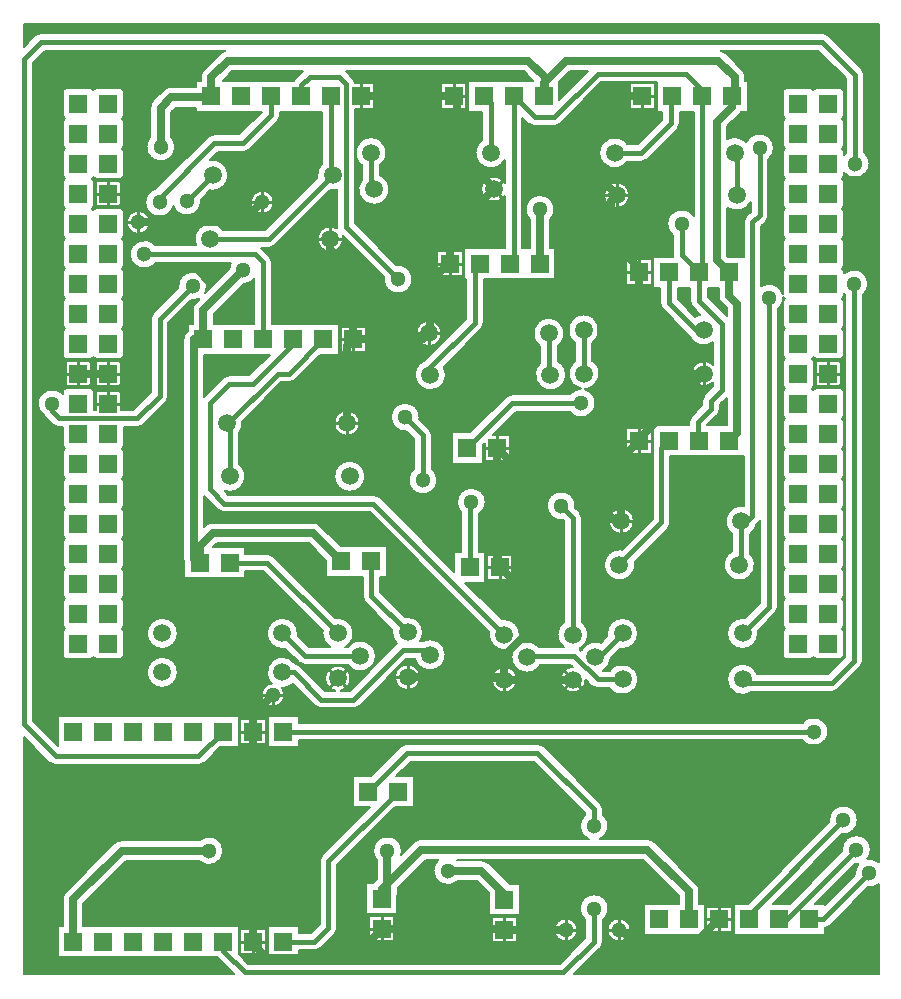
<source format=gbr>
G04 DesignSpark PCB Gerber Version 9.0 Build 5138 *
G04 #@! TF.Part,Single*
G04 #@! TF.FileFunction,Copper,L2,Bot *
G04 #@! TF.FilePolarity,Positive *
%FSLAX35Y35*%
%MOIN*%
G04 #@! TA.AperFunction,ComponentPad*
%ADD27R,0.05906X0.05906*%
%ADD29R,0.05906X0.05906*%
G04 #@! TD.AperFunction*
%ADD12C,0.00500*%
%ADD76C,0.01000*%
%ADD25C,0.01500*%
%ADD23C,0.02520*%
G04 #@! TA.AperFunction,ComponentPad*
%ADD26R,0.05906X0.05906*%
%AMT26*0 Rounded Rectangle Pad at angle 90*4,1,8,0.02953,-0.02953,0.02953,0.02953,0.02953,0.02953,-0.02953,0.02953,-0.02953,0.02953,-0.02953,-0.02953,-0.02953,-0.02953,0.02953,-0.02953,0.02953,-0.02953,0*%
%ADD26T26*%
G04 #@! TA.AperFunction,ViaPad*
%ADD24C,0.05118*%
G04 #@! TA.AperFunction,ComponentPad*
%ADD28C,0.05906*%
X0Y0D02*
D02*
D12*
X2719Y87472D02*
Y8418D01*
X72717*
X66953Y14182*
G75*
G02X66932Y14204I2100J2122*
G01*
X13878*
Y24546*
X15571*
Y33410*
G75*
G02X16590Y35870I3478J0*
G01*
X32830Y52110*
G75*
G02X35292Y53129I2459J-2459*
G01*
X61148*
G75*
G02X69201Y49650I3275J-3478*
G01*
G75*
G02X61148Y46172I-4778*
G01*
X36730*
X22528Y31969*
Y24546*
X74220*
Y15311*
X77464Y12068*
X181304*
X189801Y20565*
Y26616*
G75*
G02X187992Y30359I2969J3743*
G01*
G75*
G02X197547I4778*
G01*
G75*
G02X195738Y26616I-4778*
G01*
Y19339*
G75*
G02Y19337I-946J-1*
G01*
G75*
G02Y19335I-1253J0*
G01*
G75*
G02X194869Y17236I-2969J0*
G01*
X186050Y8418*
X287545*
Y38487*
G75*
G02X283954Y37424I-3044J3683*
G01*
X271247Y24717*
G75*
G02X269555Y23875I-2099J2099*
G01*
Y21644*
X239213*
Y31987*
X244135*
X271098Y59307*
G75*
G02X271063Y59887I4742J581*
G01*
G75*
G02X280618I4778*
G01*
G75*
G02X275324Y55137I-4778*
G01*
X252477Y31987*
X257916*
X275425Y49496*
G75*
G02X275394Y50044I4747J548*
G01*
G75*
G02X284949I4778*
G01*
G75*
G02X283759Y46889I-4778J0*
G01*
G75*
G02X287545Y45853I743J-4719*
G01*
Y325135*
X2719*
Y317734*
X6419Y321435*
G75*
G02X8522Y322304I2099J-2099*
G01*
X268750*
G75*
G02X270853Y321435I4J-2969*
G01*
X281877Y310411*
G75*
G02X282746Y308312I-2100J-2099*
G01*
G75*
G02Y308311I-1187J0*
G01*
G75*
G02Y308308I-929J-1*
G01*
Y282449*
G75*
G02X284555Y278706I-2969J-3743*
G01*
G75*
G02X276012Y275765I-4778*
G01*
Y274835*
G75*
G02X275356Y273706I-1300*
G01*
G75*
G02X276012Y272576I-645J-1129*
G01*
Y264835*
G75*
G02X275356Y263706I-1300*
G01*
G75*
G02X276012Y262576I-645J-1129*
G01*
Y254835*
G75*
G02X275356Y253706I-1300*
G01*
G75*
G02X276012Y252576I-645J-1129*
G01*
Y244835*
G75*
G02X275356Y243706I-1300*
G01*
G75*
G02X276012Y242576I-645J-1129*
G01*
Y242090*
G75*
G02X284161Y238706I3372J-3384*
G01*
G75*
G02X282352Y234962I-4778*
G01*
Y113036*
G75*
G02X281480Y110934I-2969*
G01*
X274006Y103460*
G75*
G02X271904Y102587I-2102J2096*
G01*
X245304*
G75*
G02X237047Y106737I-3086J4150*
G01*
G75*
G02X247071Y108524I5171*
G01*
X270674*
X276415Y114266*
Y234962*
G75*
G02X276012Y235321I2970J3744*
G01*
Y234835*
G75*
G02X275356Y233706I-1300*
G01*
G75*
G02X276012Y232576I-645J-1129*
G01*
Y224835*
G75*
G02X275356Y223706I-1300*
G01*
G75*
G02X276012Y222576I-645J-1129*
G01*
Y214835*
G75*
G02X274711Y213534I-1300*
G01*
X266970*
G75*
G02X265841Y214190J1300*
G01*
G75*
G02X265356Y213706I-1130J645*
G01*
G75*
G02X266012Y212576I-645J-1129*
G01*
Y204835*
G75*
G02X265356Y203706I-1300*
G01*
G75*
G02X265841Y203221I-645J-1130*
G01*
G75*
G02X266970Y203877I1129J-645*
G01*
X274711*
G75*
G02X276012Y202576J-1300*
G01*
Y194835*
G75*
G02X275356Y193706I-1300*
G01*
G75*
G02X276012Y192576I-645J-1129*
G01*
Y184835*
G75*
G02X275356Y183706I-1300*
G01*
G75*
G02X276012Y182576I-645J-1129*
G01*
Y174835*
G75*
G02X275356Y173706I-1300*
G01*
G75*
G02X276012Y172576I-645J-1129*
G01*
Y164835*
G75*
G02X275356Y163706I-1300*
G01*
G75*
G02X276012Y162576I-645J-1129*
G01*
Y154835*
G75*
G02X275356Y153706I-1300*
G01*
G75*
G02X276012Y152576I-645J-1129*
G01*
Y144835*
G75*
G02X275356Y143706I-1300*
G01*
G75*
G02X276012Y142576I-645J-1129*
G01*
Y134835*
G75*
G02X275356Y133706I-1300*
G01*
G75*
G02X276012Y132576I-645J-1129*
G01*
Y124835*
G75*
G02X275356Y123706I-1300*
G01*
G75*
G02X276012Y122576I-645J-1129*
G01*
Y114835*
G75*
G02X274711Y113534I-1300*
G01*
X266970*
G75*
G02X265841Y114190J1300*
G01*
G75*
G02X264711Y113534I-1129J645*
G01*
X256970*
G75*
G02X255669Y114835J1300*
G01*
Y122576*
G75*
G02X256325Y123706I1300*
G01*
G75*
G02X255669Y124835I645J1129*
G01*
Y132576*
G75*
G02X256325Y133706I1300*
G01*
G75*
G02X255669Y134835I645J1129*
G01*
Y142576*
G75*
G02X256325Y143706I1300*
G01*
G75*
G02X255669Y144835I645J1129*
G01*
Y152576*
G75*
G02X256325Y153706I1300*
G01*
G75*
G02X255669Y154835I645J1129*
G01*
Y162576*
G75*
G02X256325Y163706I1300*
G01*
G75*
G02X255669Y164835I645J1129*
G01*
Y172576*
G75*
G02X256325Y173706I1300*
G01*
G75*
G02X255669Y174835I645J1129*
G01*
Y182576*
G75*
G02X256325Y183706I1300*
G01*
G75*
G02X255669Y184835I645J1129*
G01*
Y192576*
G75*
G02X256325Y193706I1300*
G01*
G75*
G02X255669Y194835I645J1129*
G01*
Y202576*
G75*
G02X256325Y203706I1300*
G01*
G75*
G02X255669Y204835I645J1129*
G01*
Y212576*
G75*
G02X256325Y213706I1300*
G01*
G75*
G02X255669Y214835I645J1129*
G01*
Y222576*
G75*
G02X256325Y223706I1300*
G01*
G75*
G02X255669Y224835I645J1129*
G01*
Y232576*
G75*
G02X256325Y233706I1300*
G01*
G75*
G02X255801Y234264I645J1130*
G01*
G75*
G02X255815Y233902I-4763J-363*
G01*
G75*
G02X254006Y230159I-4778*
G01*
Y130914*
G75*
G02Y130911I-946J-1*
G01*
G75*
G02Y130910I-1253J0*
G01*
G75*
G02X253137Y128811I-2969J0*
G01*
X247312Y122987*
G75*
G02X247390Y122091I-5094J-894*
G01*
G75*
G02X242219Y116920I-5171*
G01*
G75*
G02X237047Y122091J5171*
G01*
G75*
G02X242219Y127263I5171*
G01*
G75*
G02X243114Y127185I1J-5172*
G01*
X248069Y132140*
Y159694*
G75*
G02X247622Y159123I-2544J1531*
G01*
X246874Y158375*
G75*
G02X244793Y155259I-5049J1118*
G01*
Y148640*
G75*
G02X241195Y139755I-3598J-3714*
G01*
G75*
G02X238856Y149538J5171*
G01*
Y155259*
G75*
G02X242557Y164612I2969J4234*
G01*
Y181093*
X218179*
Y159103*
G75*
G02Y159100I-946J-1*
G01*
G75*
G02Y159099I-1253J0*
G01*
G75*
G02X217310Y157000I-2969J0*
G01*
X206263Y145954*
G75*
G02X201195Y139755I-5068J-1028*
G01*
G75*
G02X196024Y144926J5171*
G01*
G75*
G02X201195Y150097I5171*
G01*
G75*
G02X201954Y150041I1J-5170*
G01*
X212242Y160329*
Y183784*
G75*
G02X212520Y185037I2968*
G01*
Y191436*
X224447*
Y192564*
G75*
G02X225319Y194666I2969*
G01*
X228778Y198124*
Y199646*
G75*
G02Y199649I946J2*
G01*
G75*
G02Y199650I1253J1*
G01*
G75*
G02X229647Y201750I2969J0*
G01*
X232321Y204423*
Y205699*
G75*
G02X225181Y208706I-2937J3006*
G01*
G75*
G02X232321Y211712I4203*
G01*
Y219129*
G75*
G02X224478Y221224I-3094J4143*
G01*
X215595Y230107*
G75*
G02X214722Y232209I2096J2102*
G01*
Y237393*
X212520*
Y247735*
X219000*
G75*
G02X218935Y248351I2904J616*
G01*
Y254962*
G75*
G02X217126Y258706I2969J3743*
G01*
G75*
G02X225904Y261318I4778*
G01*
Y296054*
X221329*
Y292170*
G75*
G02X220456Y290068I-2969*
G01*
X210620Y280231*
G75*
G02X208518Y279359I-2102J2096*
G01*
X203854*
G75*
G02X194449Y282328I-4234J2969*
G01*
G75*
G02X203854Y285296I5171*
G01*
X207288*
X215392Y293400*
Y296054*
X213701*
Y305737*
X195180*
X181483Y292039*
G75*
G02X179380Y291170I-2099J2099*
G01*
X172970*
G75*
G02X170867Y292039I-4J2969*
G01*
X168848Y294059*
Y250491*
X171220*
Y260155*
G75*
G02X169921Y263430I3478J3275*
G01*
G75*
G02X179476I4778*
G01*
G75*
G02X178177Y260155I-4778*
G01*
Y250491*
X179870*
Y240148*
X155974*
Y225639*
G75*
G02Y225636I-946J-1*
G01*
G75*
G02Y225635I-1253J0*
G01*
G75*
G02X155105Y223535I-2969J0*
G01*
X142601Y211031*
G75*
G02X138203Y203141I-4398J-2720*
G01*
G75*
G02X136289Y213116J5171*
G01*
X150037Y226864*
Y240148*
X149528*
Y250491*
X162911*
Y267965*
G75*
G02X155102Y270123I-3606J2158*
G01*
G75*
G02X162911Y272281I4203*
G01*
Y279872*
G75*
G02X153189Y282328I-4551J2456*
G01*
G75*
G02X155392Y286562I5171*
G01*
Y296054*
X150709*
Y306396*
X172443*
X169281Y309558*
X109895*
X112192Y307261*
G75*
G02X113049Y305428I-2099J-2099*
G01*
X119374*
Y297022*
X113061*
Y258754*
X126867Y244948*
G75*
G02X132193Y240202I548J-4746*
G01*
G75*
G02X122638I-4778*
G01*
G75*
G02X122669Y240750I4779J0*
G01*
X108920Y254499*
G75*
G02X104817Y249385I-4103J-912*
G01*
G75*
G02Y257790J4203*
G01*
G75*
G02X107158Y257078J-4203*
G01*
G75*
G02X107124Y257524I2934J447*
G01*
Y269904*
G75*
G02X104709Y269754I-1520J4944*
G01*
X86444Y251488*
G75*
G02X84341Y250619I-2099J2099*
G01*
X81825*
G75*
G02X81877Y250569I-2041J-2157*
G01*
X84515Y247931*
G75*
G02X85384Y245831I-2100J-2099*
G01*
G75*
G02Y245830I-1187J0*
G01*
G75*
G02Y245828I-929J-1*
G01*
Y225294*
X107587*
Y214952*
X101442*
X93097Y206606*
G75*
G02X90994Y205737I-2099J2099*
G01*
X88487*
X75470Y192720*
G75*
G02X75500Y192170I-5141J-552*
G01*
G75*
G02X74242Y188790I-5171*
G01*
Y178688*
G75*
G02X69565Y169572I-2969J-4234*
G01*
X70771Y168367*
X119148*
G75*
G02X121250Y167494J-2969*
G01*
X146102Y142642*
Y149310*
X148305*
Y162561*
G75*
G02X147047Y165792I3520J3231*
G01*
G75*
G02X156602I4778*
G01*
G75*
G02X154242Y161671I-4778*
G01*
Y149310*
X156445*
Y138967*
X149777*
X161953Y126791*
G75*
G02X162848Y126869I894J-5094*
G01*
G75*
G02X168020Y121698J-5171*
G01*
G75*
G02X162848Y116526I-5171*
G01*
G75*
G02X157677Y121698J5171*
G01*
G75*
G02X157755Y122593I5172J1*
G01*
X117918Y162430*
X69545*
G75*
G02X67442Y163299I-4J2969*
G01*
X62783Y167958*
Y157654*
X63145Y158015*
G75*
G02X65607Y159034I2459J-2459*
G01*
X99067*
G75*
G02X101528Y158015I2J-3478*
G01*
X108266Y151278*
X123689*
Y140936*
X121486*
Y135762*
X129670Y127578*
G75*
G02X130565Y127656I894J-5094*
G01*
G75*
G02X134807Y119528J-5171*
G01*
X135595*
G75*
G02X143236Y114985I2470J-4543*
G01*
G75*
G02X133085Y113591I-5171*
G01*
X130200*
X114554Y97945*
G75*
G02X112451Y97076I-2099J2099*
G01*
X101829*
G75*
G02X99726Y97945I-4J2969*
G01*
X92356Y105314*
G75*
G02X88833Y103928I-3524J3785*
G01*
G75*
G02X88711Y103930I7J5170*
G01*
G75*
G02X89492Y101619I-3029J-2311*
G01*
G75*
G02X81874I-3809*
G01*
G75*
G02X85220Y105400I3809*
G01*
G75*
G02X88833Y114270I3613J3700*
G01*
G75*
G02X93078Y112052J-5171*
G01*
G75*
G02X94869Y111198I-308J-2952*
G01*
X103054Y103013*
X106323*
G75*
G02X107337Y111294I1013J4079*
G01*
G75*
G02X108350Y103013J-4203*
G01*
X111225*
X126871Y118659*
G75*
G02X126978Y118760I2097J-2104*
G01*
G75*
G02X125394Y122485I3587J3725*
G01*
G75*
G02X125472Y123380I5172J1*
G01*
X116422Y132430*
G75*
G02X115549Y134532I2096J2102*
G01*
Y140936*
X103346*
Y146359*
X97628Y152078*
X67045*
X65852Y150885*
X76445*
Y148682*
X83711*
G75*
G02X85814Y147813I4J-2969*
G01*
X106441Y127185*
G75*
G02X107337Y127263I894J-5094*
G01*
G75*
G02X109828Y117560J-5171*
G01*
X110602*
G75*
G02X120008Y114591I4234J-2969*
G01*
G75*
G02X110602Y111623I-5171*
G01*
X96333*
G75*
G02X94231Y112495J2969*
G01*
X89728Y116998*
G75*
G02X88833Y116920I-894J5094*
G01*
G75*
G02X83661Y122091J5171*
G01*
G75*
G02X88833Y127263I5171*
G01*
G75*
G02X94004Y122091J-5171*
G01*
G75*
G02X93926Y121196I-5172J-1*
G01*
X97562Y117560*
X104845*
G75*
G02X102165Y122091I2491J4531*
G01*
G75*
G02X102243Y122987I5172J1*
G01*
X82485Y142745*
X76445*
Y140542*
X56102*
Y145498*
G75*
G02X55827Y146855I3203J1357*
G01*
Y220123*
G75*
G02X57244Y222925I3478*
G01*
Y225294*
X58937*
Y229926*
G75*
G02X59956Y232385I3478*
G01*
X61235Y233665*
G75*
G02X58363Y233093I-2324J4175*
G01*
X50856Y225586*
Y201225*
G75*
G02X49984Y199123I-2969*
G01*
X42509Y191649*
G75*
G02X40407Y190776I-2102J2096*
G01*
X36012*
Y184835*
G75*
G02X35356Y183706I-1300*
G01*
G75*
G02X36012Y182576I-645J-1129*
G01*
Y174835*
G75*
G02X35356Y173706I-1300*
G01*
G75*
G02X36012Y172576I-645J-1129*
G01*
Y164835*
G75*
G02X35356Y163706I-1300*
G01*
G75*
G02X36012Y162576I-645J-1129*
G01*
Y154835*
G75*
G02X35356Y153706I-1300*
G01*
G75*
G02X36012Y152576I-645J-1129*
G01*
Y144835*
G75*
G02X35356Y143706I-1300*
G01*
G75*
G02X36012Y142576I-645J-1129*
G01*
Y134835*
G75*
G02X35356Y133706I-1300*
G01*
G75*
G02X36012Y132576I-645J-1129*
G01*
Y124835*
G75*
G02X35356Y123706I-1300*
G01*
G75*
G02X36012Y122576I-645J-1129*
G01*
Y114835*
G75*
G02X34711Y113534I-1300*
G01*
X26970*
G75*
G02X25841Y114190J1300*
G01*
G75*
G02X24711Y113534I-1129J645*
G01*
X16970*
G75*
G02X15669Y114835J1300*
G01*
Y122576*
G75*
G02X16325Y123706I1300*
G01*
G75*
G02X15669Y124835I645J1129*
G01*
Y132576*
G75*
G02X16325Y133706I1300*
G01*
G75*
G02X15669Y134835I645J1129*
G01*
Y142576*
G75*
G02X16325Y143706I1300*
G01*
G75*
G02X15669Y144835I645J1129*
G01*
Y152576*
G75*
G02X16325Y153706I1300*
G01*
G75*
G02X15669Y154835I645J1129*
G01*
Y162576*
G75*
G02X16325Y163706I1300*
G01*
G75*
G02X15669Y164835I645J1129*
G01*
Y172576*
G75*
G02X16325Y173706I1300*
G01*
G75*
G02X15669Y174835I645J1129*
G01*
Y182576*
G75*
G02X16325Y183706I1300*
G01*
G75*
G02X15669Y184835I645J1129*
G01*
Y190776*
X14427*
G75*
G02X12324Y191646I-4J2969*
G01*
X9962Y194008*
G75*
G02X9442Y194710I2100J2099*
G01*
G75*
G02X7283Y198706I2619J3996*
G01*
G75*
G02X15669Y201837I4778*
G01*
Y202576*
G75*
G02X16970Y203877I1300*
G01*
X24711*
G75*
G02X26012Y202576J-1300*
G01*
Y196713*
X26638*
Y202175*
G75*
G02X27371Y202908I733*
G01*
X34310*
G75*
G02X35043Y202175J-733*
G01*
Y196713*
X39178*
X44919Y202455*
Y226812*
G75*
G02Y226815I946J2*
G01*
G75*
G02Y226816I1253J1*
G01*
G75*
G02X45789Y228915I2969J0*
G01*
X54165Y237291*
G75*
G02X54134Y237839I4747J548*
G01*
G75*
G02X63689I4778*
G01*
G75*
G02X63086Y235515I-4778J0*
G01*
X71065Y243495*
G75*
G02X71574Y245501I4776J-144*
G01*
X46513*
G75*
G02X37992Y248469I-3743J2969*
G01*
G75*
G02X46513Y251438I4778*
G01*
X60114*
G75*
G02X69051Y256556I4703J2150*
G01*
X83115*
X100511Y273952*
G75*
G02X100433Y274847I5094J894*
G01*
G75*
G02X102203Y278742I5171*
G01*
Y296054*
X88140*
Y294926*
G75*
G02X87267Y292824I-2969*
G01*
X77824Y283381*
G75*
G02X75722Y282509I-2102J2096*
G01*
X67228*
X64648Y279930*
G75*
G02X70776Y274847I956J-5082*
G01*
G75*
G02X65604Y269676I-5171*
G01*
G75*
G02X64709Y269754I-1J5172*
G01*
X61689Y266734*
G75*
G02X61720Y266186I-4747J-548*
G01*
G75*
G02X52481Y264478I-4778*
G01*
G75*
G02X43110Y265792I-4593J1314*
G01*
G75*
G02X46757Y270434I4778*
G01*
X63899Y287576*
G75*
G02X66002Y288446I2099J-2099*
G01*
X74493*
X82101Y296054*
X60000*
Y297353*
X53266*
X51760Y295847*
Y287571*
G75*
G02X53059Y284296I-3478J-3275*
G01*
G75*
G02X43504I-4778*
G01*
G75*
G02X44803Y287571I4778*
G01*
Y297288*
G75*
G02X45822Y299748I3478J0*
G01*
X49365Y303291*
G75*
G02X51827Y304310I2459J-2459*
G01*
X60000*
Y306396*
X61693*
Y307485*
G75*
G02X62712Y309944I3478J0*
G01*
X68263Y315496*
G75*
G02X69720Y316367I2460J-2459*
G01*
X9747*
X5581Y312200*
Y93006*
X13878Y84709*
Y94546*
X74220*
Y84204*
X68076*
X62920Y79047*
G75*
G02X60817Y78178I-2099J2099*
G01*
X13242*
G75*
G02X11140Y79050J2969*
G01*
X2719Y87472*
X274310Y212908D02*
G75*
G02X275043Y212175J-733D01*
G01*
Y205236*
G75*
G02X274310Y204503I-733*
G01*
X267371*
G75*
G02X266638Y205236J733*
G01*
Y212175*
G75*
G02X267371Y212908I733*
G01*
X274310*
X202219Y127263D02*
G75*
G02X207390Y122091J-5171D01*
G01*
G75*
G02X202219Y116920I-5171*
G01*
G75*
G02X201323Y116998I-1J5172*
G01*
X198352Y114026*
G75*
G02X195745Y109706I-5169J171*
G01*
X197984*
G75*
G02X207390Y106737I4234J-2969*
G01*
G75*
G02X197984Y103769I-5171*
G01*
X193955*
G75*
G02X191852Y104638I-4J2969*
G01*
X189885Y106605*
G75*
G02X181480Y106698I-4202J93*
G01*
G75*
G02X185590Y110899I4203*
G01*
X184847Y111643*
X174844*
G75*
G02X165177Y114198I-4496J2555*
G01*
G75*
G02X174261Y117580I5171*
G01*
X182555*
G75*
G02X182715Y125932I3128J4118*
G01*
Y159444*
X182294Y159865*
G75*
G02X176969Y164611I-548J4746*
G01*
G75*
G02X186524I4778*
G01*
G75*
G02X186492Y164063I-4779J0*
G01*
X187779Y162776*
G75*
G02X188652Y160674I-2096J-2102*
G01*
Y125932*
G75*
G02X187841Y116998I-2969J-4234*
G01*
G75*
G02X188176Y116710I-1765J-2387*
G01*
X188498Y116387*
G75*
G02X194977Y119048I4685J-2190*
G01*
X197125Y121196*
G75*
G02X197047Y122091I5094J894*
G01*
G75*
G02X202219Y127263I5171*
G01*
X196047Y268154D02*
G75*
G02X204453I4203D01*
G01*
G75*
G02X196047I-4203*
G01*
X203488Y190467D02*
X211894D01*
Y182062*
X203488*
Y190467*
Y246767D02*
X211894D01*
Y238361*
X203488*
Y246767*
X197622Y159493D02*
G75*
G02X206028I4203D01*
G01*
G75*
G02X197622I-4203*
G01*
X204669Y305428D02*
X213075D01*
Y297022*
X204669*
Y305428*
X192195Y213046D02*
G75*
G02X189440Y203535I-2811J-4341D01*
G01*
G75*
G02X193217Y198863I-1001J-4672*
G01*
G75*
G02X184696Y195894I-4778*
G01*
X166676*
X158887Y188105*
X164689*
Y179700*
X156283*
Y185502*
X155657Y184876*
Y178731*
X145315*
Y189074*
X151459*
X163345Y200959*
G75*
G02X165447Y201831I2102J-2096*
G01*
X184696*
G75*
G02X188345Y203640I3744J-2969*
G01*
G75*
G02X186258Y212825I1039J5066*
G01*
Y219038*
G75*
G02X189226Y228444I2969J4234*
G01*
G75*
G02X192195Y219038J-5171*
G01*
Y213046*
X157071Y148341D02*
X165476D01*
Y139936*
X157071*
Y148341*
X180620Y212883D02*
G75*
G02X178203Y203141I-2417J-4572D01*
G01*
G75*
G02X174683Y212100J5171*
G01*
Y217857*
G75*
G02X177652Y227263I2969J4234*
G01*
G75*
G02X180620Y217857J-5171*
G01*
Y212883*
X133449Y222091D02*
G75*
G02X141854I4203D01*
G01*
G75*
G02X133449I-4203*
G01*
X140496Y249522D02*
X148902D01*
Y241117*
X140496*
Y249522*
X141677Y305428D02*
X150083D01*
Y297022*
X141677*
Y305428*
X121329Y274882D02*
G75*
G02X119305Y264952I-2024J-4759D01*
G01*
G75*
G02X115392Y273503J5171*
G01*
Y278093*
G75*
G02X118360Y287499I2969J4234*
G01*
G75*
G02X121329Y278093J-5171*
G01*
Y274882*
X138652Y177016D02*
G75*
G02X140461Y173272I-2969J-3743D01*
G01*
G75*
G02X130906I-4778*
G01*
G75*
G02X132715Y177016I4778*
G01*
Y187004*
X130326Y189393*
G75*
G02X125000Y194139I-548J4746*
G01*
G75*
G02X134555I4778*
G01*
G75*
G02X134524Y193591I-4779J0*
G01*
X137782Y190332*
G75*
G02X138652Y188233I-2100J-2099*
G01*
G75*
G02Y188232I-1187J0*
G01*
G75*
G02Y188229I-929J-1*
G01*
Y177016*
X108213Y224326D02*
X116618D01*
Y215920*
X108213*
Y224326*
X111274Y179625D02*
G75*
G02X116445Y174454J-5171D01*
G01*
G75*
G02X111274Y169282I-5171*
G01*
G75*
G02X106102Y174454J5171*
G01*
G75*
G02X111274Y179625I5171*
G01*
X106126Y192170D02*
G75*
G02X114531I4203D01*
G01*
G75*
G02X106126I-4203*
G01*
X158646Y106698D02*
G75*
G02X167051I4203D01*
G01*
G75*
G02X158646I-4203*
G01*
X126362Y107485D02*
G75*
G02X134768I4203D01*
G01*
G75*
G02X126362I-4203*
G01*
X227862Y31987D02*
X229555D01*
Y21644*
X209213*
Y31987*
X220906*
Y34706*
X209045Y46566*
X147082*
G75*
G02X147226Y46436I-3132J-3609*
G01*
X155130*
G75*
G02X157591Y45417I2J-3478*
G01*
X164565Y38444*
X168020*
Y28101*
X157677*
Y35493*
X153691Y39479*
X147226*
G75*
G02X139173Y42957I-3275J3478*
G01*
G75*
G02X140819Y46566I4778*
G01*
X136573*
X127350Y37343*
Y35635*
G75*
G02X127075Y34278I-3479*
G01*
Y28495*
X116732*
Y38837*
X119073*
G75*
G02X119444Y39275I2830J-2022*
G01*
X120394Y40225*
Y46375*
G75*
G02X119094Y49650I3478J3275*
G01*
G75*
G02X128650I4778*
G01*
G75*
G02X128449Y48280I-4778J0*
G01*
X132672Y52504*
G75*
G02X135134Y53522I2459J-2459*
G01*
X190898*
G75*
G02X189801Y61661I1872J4396*
G01*
Y62200*
X172643Y79359*
X131637*
X126785Y74507*
X132587*
Y64164*
X126442*
X107156Y44878*
Y24064*
G75*
G02Y24061I-946J-1*
G01*
G75*
G02Y24060I-1253J0*
G01*
G75*
G02X106286Y21961I-2969J0*
G01*
X101601Y17276*
G75*
G02X99498Y16406I-2099J2099*
G01*
X94220*
Y14204*
X83878*
Y24546*
X94220*
Y22343*
X98272*
X101219Y25289*
Y46103*
G75*
G02Y46106I946J2*
G01*
G75*
G02Y46107I1253J1*
G01*
G75*
G02X102088Y48206I2969J0*
G01*
X118046Y64164*
X112244*
Y74507*
X118389*
X128306Y84424*
G75*
G02X130407Y85296I2102J-2096*
G01*
X173868*
G75*
G02X175971Y84427I4J-2969*
G01*
X194869Y65529*
G75*
G02X195738Y63430I-2100J-2099*
G01*
G75*
G02Y63429I-1187J0*
G01*
G75*
G02Y63426I-929J-1*
G01*
Y61661*
G75*
G02X194641Y53522I-2969J-3743*
G01*
X210484*
G75*
G02X212946Y52504I2J-3478*
G01*
X226843Y38606*
G75*
G02X227862Y36146I-2459J-2460*
G01*
Y31987*
X179512Y23272D02*
G75*
G02X187130I3809D01*
G01*
G75*
G02X179512I-3809*
G01*
X158646Y27475D02*
X167051D01*
Y19070*
X158646*
Y27475*
X117701Y27869D02*
X126106D01*
Y19463*
X117701*
Y27869*
X262255Y92343D02*
G75*
G02X270776Y89375I3743J-2969D01*
G01*
G75*
G02X262255Y86406I-4778*
G01*
X94220*
Y84204*
X83878*
Y94546*
X94220*
Y92343*
X262255*
X230181Y31019D02*
X238587D01*
Y22613*
X230181*
Y31019*
X74846Y23578D02*
X83252D01*
Y15172*
X74846*
Y23578*
Y93578D02*
X83252D01*
Y85172*
X74846*
Y93578*
X48833Y114270D02*
G75*
G02X54004Y109099J-5171D01*
G01*
G75*
G02X48833Y103928I-5171*
G01*
G75*
G02X43661Y109099J5171*
G01*
G75*
G02X48833Y114270I5171*
G01*
Y127263D02*
G75*
G02X54004Y122091J-5171D01*
G01*
G75*
G02X48833Y116920I-5171*
G01*
G75*
G02X43661Y122091J5171*
G01*
G75*
G02X48833Y127263I5171*
G01*
X78331Y265792D02*
G75*
G02X85949I3809D01*
G01*
G75*
G02X78331I-3809*
G01*
X34711Y303877D02*
G75*
G02X36012Y302576J-1300D01*
G01*
Y294835*
G75*
G02X35356Y293706I-1300*
G01*
G75*
G02X36012Y292576I-645J-1129*
G01*
Y284835*
G75*
G02X35356Y283706I-1300*
G01*
G75*
G02X36012Y282576I-645J-1129*
G01*
Y274835*
G75*
G02X34711Y273534I-1300*
G01*
X26970*
G75*
G02X25841Y274190J1300*
G01*
G75*
G02X25356Y273706I-1130J645*
G01*
G75*
G02X26012Y272576I-645J-1129*
G01*
Y264835*
G75*
G02X25356Y263706I-1300*
G01*
G75*
G02X25841Y263221I-645J-1130*
G01*
G75*
G02X26970Y263877I1129J-645*
G01*
X34711*
G75*
G02X36012Y262576J-1300*
G01*
Y254835*
G75*
G02X35356Y253706I-1300*
G01*
G75*
G02X36012Y252576I-645J-1129*
G01*
Y244835*
G75*
G02X35356Y243706I-1300*
G01*
G75*
G02X36012Y242576I-645J-1129*
G01*
Y234835*
G75*
G02X35356Y233706I-1300*
G01*
G75*
G02X36012Y232576I-645J-1129*
G01*
Y224835*
G75*
G02X35356Y223706I-1300*
G01*
G75*
G02X36012Y222576I-645J-1129*
G01*
Y214835*
G75*
G02X34711Y213534I-1300*
G01*
X26970*
G75*
G02X25841Y214190J1300*
G01*
G75*
G02X24711Y213534I-1129J645*
G01*
X16970*
G75*
G02X15669Y214835J1300*
G01*
Y222576*
G75*
G02X16325Y223706I1300*
G01*
G75*
G02X15669Y224835I645J1129*
G01*
Y232576*
G75*
G02X16325Y233706I1300*
G01*
G75*
G02X15669Y234835I645J1129*
G01*
Y242576*
G75*
G02X16325Y243706I1300*
G01*
G75*
G02X15669Y244835I645J1129*
G01*
Y252576*
G75*
G02X16325Y253706I1300*
G01*
G75*
G02X15669Y254835I645J1129*
G01*
Y262576*
G75*
G02X16325Y263706I1300*
G01*
G75*
G02X15669Y264835I645J1129*
G01*
Y272576*
G75*
G02X16325Y273706I1300*
G01*
G75*
G02X15669Y274835I645J1129*
G01*
Y282576*
G75*
G02X16325Y283706I1300*
G01*
G75*
G02X15669Y284835I645J1129*
G01*
Y292576*
G75*
G02X16325Y293706I1300*
G01*
G75*
G02X15669Y294835I645J1129*
G01*
Y302576*
G75*
G02X16970Y303877I1300*
G01*
X24711*
G75*
G02X25841Y303221J-1300*
G01*
G75*
G02X26970Y303877I1129J-645*
G01*
X34711*
X34310Y272908D02*
G75*
G02X35043Y272175J-733D01*
G01*
Y265236*
G75*
G02X34310Y264503I-733*
G01*
X27371*
G75*
G02X26638Y265236J733*
G01*
Y272175*
G75*
G02X27371Y272908I733*
G01*
X34310*
Y212908D02*
G75*
G02X35043Y212175J-733D01*
G01*
Y205236*
G75*
G02X34310Y204503I-733*
G01*
X27371*
G75*
G02X26638Y205236J733*
G01*
Y212175*
G75*
G02X27371Y212908I733*
G01*
X34310*
X24310D02*
G75*
G02X25043Y212175J-733D01*
G01*
Y205236*
G75*
G02X24310Y204503I-733*
G01*
X17371*
G75*
G02X16638Y205236J733*
G01*
Y212175*
G75*
G02X17371Y212908I733*
G01*
X24310*
X36992Y259099D02*
G75*
G02X44610I3809D01*
G01*
G75*
G02X36992I-3809*
G01*
X197228Y23272D02*
G75*
G02X204846I3809D01*
G01*
G75*
G02X197228I-3809*
G01*
X2969D02*
G36*
Y8668D01*
X72467*
X66953Y14182*
X66932Y14204*
X13878*
Y23272*
X2969*
G37*
X74220D02*
G36*
Y15311D01*
X77464Y12068*
X181304*
X189801Y20565*
Y23272*
X187130*
G75*
G02X179512I-3809*
G01*
X167051*
Y19070*
X158646*
Y23272*
X126106*
Y19463*
X117701*
Y23272*
X107049*
G75*
G02X106286Y21961I-2863J787*
G01*
X101601Y17276*
G75*
G02X99498Y16406I-2099J2100*
G01*
X94220*
Y14204*
X83878*
Y23272*
X83252*
Y15172*
X74846*
Y23272*
X74220*
G37*
X94220D02*
G36*
Y22343D01*
X98272*
X99202Y23272*
X94220*
G37*
X194869Y17236D02*
G36*
X186300Y8668D01*
X287295*
Y23272*
X269555*
Y21644*
X239213*
Y23272*
X238587*
Y22613*
X230181*
Y23272*
X229555*
Y21644*
X209213*
Y23272*
X204846*
G75*
G02X197228I-3809*
G01*
X195738*
Y19339*
Y19337*
Y19335*
G75*
G02X194869Y17236I-2969*
G01*
G37*
X2969Y49750D02*
G36*
Y23272D01*
X13878*
Y24546*
X15571*
Y33410*
G75*
G02X16590Y35870I3480J-1*
G01*
X30470Y49750*
X2969*
G37*
X22528Y31969D02*
G36*
Y24546D01*
X74220*
Y23272*
X74846*
Y23578*
X83252*
Y23272*
X83878*
Y24546*
X94220*
Y23272*
X99202*
X101219Y25289*
Y46103*
Y46106*
Y46107*
G75*
G02X102088Y48206I2969*
G01*
X103631Y49750*
X69200*
G75*
G02X69201Y49650I-4780J-107*
G01*
G75*
G02X61148Y46172I-4778*
G01*
X36730*
X22528Y31969*
G37*
X107156Y24061D02*
G36*
Y24060D01*
G75*
G02X107049Y23272I-2969*
G01*
X117701*
Y27869*
X126106*
Y23272*
X158646*
Y27475*
X167051*
Y23272*
X179512*
G75*
G02X187130I3809*
G01*
X189801*
Y26616*
G75*
G02X187992Y30359I2969J3743*
G01*
G75*
G02X197547I4778*
G01*
G75*
G02X195738Y26616I-4778*
G01*
Y23272*
X197228*
G75*
G02X204846I3809*
G01*
X209213*
Y31987*
X220906*
Y34706*
X209045Y46566*
X147082*
G75*
G02X147226Y46436I-3139J-3617*
G01*
X155130*
G75*
G02X157591Y45417I1J-3481*
G01*
X164565Y38444*
X168020*
Y28101*
X157677*
Y35493*
X153691Y39479*
X147226*
G75*
G02X139173Y42957I-3275J3478*
G01*
G75*
G02X140819Y46566I4779J0*
G01*
X136573*
X127350Y37343*
Y35635*
G75*
G02X127075Y34278I-3482J1*
G01*
Y28495*
X116732*
Y38837*
X119073*
G75*
G02X119444Y39275I2854J-2042*
G01*
X120394Y40225*
Y46375*
G75*
G02X119094Y49650I3478J3275*
G01*
Y49650*
G75*
G02X119096Y49750I4781J-7*
G01*
X112028*
X107156Y44878*
Y24064*
Y24061*
G37*
X128648Y49750D02*
G36*
G75*
G02X128650Y49650I-4780J-107D01*
G01*
Y49650*
G75*
G02X128449Y48280I-4772*
G01*
X129918Y49750*
X128648*
G37*
X215700D02*
G36*
X226843Y38606D01*
G75*
G02X227862Y36146I-2461J-2460*
G01*
Y31987*
X229555*
Y23272*
X230181*
Y31019*
X238587*
Y23272*
X239213*
Y31987*
X244135*
X261666Y49750*
X215700*
G37*
X252477Y31987D02*
G36*
X257916D01*
X275425Y49496*
G75*
G02X275403Y49750I4751J548*
G01*
X270007*
X252477Y31987*
G37*
X269555Y23875D02*
G36*
Y23272D01*
X287295*
Y38294*
G75*
G02X283954Y37424I-2793J3874*
G01*
X271247Y24717*
G75*
G02X269555Y23875I-2101J2102*
G01*
G37*
X284940Y49750D02*
G36*
G75*
G02X283759Y46889I-4767J294D01*
G01*
G75*
G02X287295Y46046I743J-4718*
G01*
Y49750*
X284940*
G37*
X2969Y87222D02*
G36*
Y49750D01*
X30470*
X32830Y52110*
G75*
G02X35292Y53129I2461J-2462*
G01*
X61148*
G75*
G02X69200Y49750I3275J-3478*
G01*
X103631*
X118046Y64164*
X112244*
Y74507*
X118389*
X128306Y84424*
G75*
G02X130407Y85296I2102J-2096*
G01*
X173868*
G75*
G02X175971Y84427I4J-2970*
G01*
X194869Y65529*
G75*
G02X195738Y63430I-2100J-2099*
G01*
Y63429*
Y63426*
Y61661*
G75*
G02X197547Y57918I-2969J-3743*
G01*
G75*
G02X194641Y53522I-4778*
G01*
X210484*
G75*
G02X212946Y52504I1J-3481*
G01*
X215700Y49750*
X261666*
X271098Y59307*
G75*
G02X271063Y59887I4817J585*
G01*
G75*
G02X280618I4778*
G01*
Y59886*
G75*
G02X275324Y55137I-4777*
G01*
X270007Y49750*
X275403*
G75*
G02X275394Y50044I4775J294*
G01*
G75*
G02X284949I4778*
G01*
G75*
G02Y50043I-4511J0*
G01*
G75*
G02X284940Y49750I-4778J0*
G01*
X287295*
Y89375*
X270776*
G75*
G02X262255Y86406I-4778J0*
G01*
X94220*
Y84204*
X83878*
Y89375*
X83252*
Y85172*
X74846*
Y89375*
X74220*
Y84204*
X68076*
X62920Y79047*
G75*
G02X60817Y78178I-2099J2100*
G01*
X13242*
G75*
G02X11140Y79050I0J2969*
G01*
X2969Y87222*
G37*
X9212Y89375D02*
G36*
X13878Y84709D01*
Y89375*
X9212*
G37*
X112028Y49750D02*
G36*
X119096D01*
G75*
G02X128648I4776J-99*
G01*
X129918*
X132672Y52504*
G75*
G02X135134Y53522I2461J-2462*
G01*
X190898*
G75*
G02X187992Y57918I1872J4396*
G01*
G75*
G02X189801Y61661I4778*
G01*
Y62200*
X172643Y79359*
X131637*
X126785Y74507*
X132587*
Y64164*
X126442*
X112028Y49750*
G37*
X5581Y106698D02*
G36*
Y93006D01*
X9212Y89375*
X13878*
Y94546*
X74220*
Y89375*
X74846*
Y93578*
X83252*
Y89375*
X83878*
Y94546*
X94220*
Y92343*
X262255*
G75*
G02X270776Y89375I3743J-2969*
G01*
X287295*
Y106698*
X277243*
X274006Y103460*
G75*
G02X271904Y102587I-2102J2096*
G01*
X245304*
G75*
G02X237047Y106698I-3086J4150*
G01*
X207390*
G75*
G02X197984Y103769I-5171J39*
G01*
X193955*
G75*
G02X191852Y104638I-4J2970*
G01*
X189885Y106605*
G75*
G02X181480Y106698I-4202J93*
G01*
X167051*
G75*
G02X158646I-4203*
G01*
X134693*
G75*
G02X126437I-4128J787*
G01*
X123306*
X114554Y97945*
G75*
G02X112451Y97076I-2099J2100*
G01*
X101829*
G75*
G02X99726Y97945I-4J2970*
G01*
X92356Y105314*
G75*
G02X88833Y103928I-3524J3785*
G01*
G75*
G02X88711Y103930J4673*
G01*
G75*
G02X89492Y101619I-3029J-2311*
G01*
G75*
G02X81874I-3809*
G01*
G75*
G02X85220Y105400I3810J-1*
G01*
G75*
G02X84253Y106698I3613J3700*
G01*
X53413*
G75*
G02X48833Y103928I-4580J2402*
G01*
G75*
G02X44253Y106698I0J5171*
G01*
X5581*
G37*
X99369D02*
G36*
X103054Y103013D01*
X106323*
G75*
G02X103152Y106698I1013J4079*
G01*
X99369*
G37*
X108350Y103013D02*
G36*
X111225D01*
X114910Y106698*
X111521*
G75*
G02X108350Y103013I-4184J394*
G01*
G37*
X5581Y122091D02*
G36*
Y106698D01*
X44253*
G75*
G02X43661Y109099I4580J2401*
G01*
Y109099*
Y109100*
G75*
G02X48833Y114270I5171*
G01*
G75*
G02X54004Y109100J-5171*
G01*
Y109099*
Y109099*
G75*
G02X53413Y106698I-5171*
G01*
X84253*
G75*
G02X83661Y109099I4579J2401*
G01*
G75*
G02X88833Y114270I5171*
G01*
G75*
G02X93078Y112052J-5171*
G01*
G75*
G02X94869Y111198I-307J-2951*
G01*
X99369Y106698*
X103152*
G75*
G02X103134Y107091I4184J394*
G01*
G75*
G02X107337Y111294I4203*
G01*
G75*
G02X111539Y107091J-4203*
G01*
G75*
G02X111521Y106698I-4203J0*
G01*
X114910*
X126871Y118659*
G75*
G02X126978Y118760I2281J-2298*
G01*
G75*
G02X125409Y122091I3587J3725*
G01*
X112508*
G75*
G02X109828Y117560I-5171*
G01*
X110602*
G75*
G02X120008Y114591I4234J-2969*
G01*
G75*
G02X110602Y111623I-5171*
G01*
X96333*
G75*
G02X94231Y112495I0J2969*
G01*
X89728Y116998*
G75*
G02X88833Y116920I-899J5147*
G01*
G75*
G02X83661Y122091J5171*
G01*
Y122091*
X54004*
Y122091*
G75*
G02X48833Y116920I-5171*
G01*
G75*
G02X43661Y122091J5171*
G01*
Y122091*
X36012*
Y114835*
Y114834*
G75*
G02X34711Y113534I-1300*
G01*
X26970*
G75*
G02X25841Y114190I0J1300*
G01*
G75*
G02X24711Y113534I-1130J646*
G01*
X16970*
G75*
G02X15669Y114834J1300*
G01*
Y114835*
Y122091*
X5581*
G37*
X94004D02*
G36*
G75*
G02X93926Y121196I-5225J4D01*
G01*
X97562Y117560*
X104845*
G75*
G02X102165Y122091I2491J4531*
G01*
X94004*
G37*
X123306Y106698D02*
G36*
X126437D01*
G75*
G02X126362Y107485I4128J787*
G01*
G75*
G02X134768I4203*
G01*
G75*
G02X134693Y106698I-4203*
G01*
X158646*
G75*
G02X167051I4203*
G01*
X181480*
G75*
G02X185590Y110899I4203J0*
G01*
X184847Y111643*
X174844*
G75*
G02X165177Y114198I-4496J2555*
G01*
Y114198*
G75*
G02X174261Y117580I5171*
G01*
X182555*
G75*
G02X180512Y121698I3128J4118*
G01*
G75*
G02X180527Y122091I5170J1*
G01*
X168005*
G75*
G02X168020Y121698I-5154J-393*
G01*
Y121698*
Y121697*
G75*
G02X162848Y116526I-5171*
G01*
G75*
G02X157677Y121697J5171*
G01*
Y121698*
G75*
G02X157692Y122091I5226J-2*
G01*
X135721*
G75*
G02X134807Y119528I-5156J394*
G01*
X135595*
G75*
G02X143236Y114985I2470J-4543*
G01*
G75*
G02X133085Y113591I-5171*
G01*
X130200*
X123306Y106698*
G37*
X187841Y116998D02*
G36*
G75*
G02X188176Y116710I-1731J-2348D01*
G01*
X188498Y116387*
G75*
G02X194977Y119048I4685J-2190*
G01*
X197125Y121196*
G75*
G02X197047Y122091I5147J899*
G01*
X190839*
G75*
G02X190854Y121698I-5157J-393*
G01*
G75*
G02X187841Y116998I-5171*
G01*
G37*
X195745Y109706D02*
G36*
X197984D01*
G75*
G02X207390Y106737I4234J-2969*
G01*
G75*
G02Y106698I-5185J-20*
G01*
X237047*
G75*
G02Y106737I5174J20*
G01*
G75*
G02X247071Y108524I5171*
G01*
X270674*
X276415Y114266*
Y122091*
X276012*
Y114835*
Y114834*
G75*
G02X274711Y113534I-1300*
G01*
X266970*
G75*
G02X265841Y114190I0J1300*
G01*
G75*
G02X264711Y113534I-1130J646*
G01*
X256970*
G75*
G02X255669Y114834J1300*
G01*
Y114835*
Y122091*
X247390*
Y122091*
G75*
G02X242219Y116920I-5171*
G01*
G75*
G02X237047Y122091J5171*
G01*
Y122091*
X207390*
Y122091*
G75*
G02X202219Y116920I-5171*
G01*
G75*
G02X201323Y116998I4J5225*
G01*
X198352Y114026*
G75*
G02X195745Y109706I-5169J171*
G01*
G37*
X281480Y110934D02*
G36*
X277243Y106698D01*
X287295*
Y122091*
X282352*
Y113036*
G75*
G02X281480Y110934I-2969J0*
G01*
G37*
X5581Y135477D02*
G36*
Y122091D01*
X15669*
Y122576*
Y122577*
G75*
G02X16325Y123706I1300*
G01*
G75*
G02X15669Y124835I646J1130*
G01*
Y132576*
Y132577*
G75*
G02X16325Y133706I1300*
G01*
G75*
G02X15669Y134835I646J1130*
G01*
Y135477*
X5581*
G37*
X36012Y122576D02*
G36*
Y122091D01*
X43661*
Y122092*
G75*
G02X48833Y127263I5171*
G01*
G75*
G02X54004Y122092J-5171*
G01*
Y122091*
X83661*
Y122092*
G75*
G02X88833Y127263I5171*
G01*
G75*
G02X94004Y122092J-5171*
G01*
Y122091*
X102165*
G75*
G02X102243Y122987I5225J-4*
G01*
X89753Y135477*
X36012*
Y134835*
Y134834*
G75*
G02X35356Y133706I-1300*
G01*
G75*
G02X36012Y132576I-646J-1130*
G01*
Y124835*
Y124834*
G75*
G02X35356Y123706I-1300*
G01*
G75*
G02X36012Y122576I-646J-1130*
G01*
G37*
X98149Y135477D02*
G36*
X106441Y127185D01*
G75*
G02X107337Y127263I899J-5147*
G01*
G75*
G02X112508Y122091J-5171*
G01*
X125409*
G75*
G02X125394Y122485I5157J393*
G01*
G75*
G02X125472Y123380I5225J-4*
G01*
X116422Y132430*
G75*
G02X115549Y134532I2096J2102*
G01*
Y135477*
X98149*
G37*
X121771D02*
G36*
X129670Y127578D01*
G75*
G02X130565Y127656I899J-5147*
G01*
G75*
G02X135736Y122485J-5171*
G01*
G75*
G02X135721Y122091I-5172J-1*
G01*
X157692*
G75*
G02X157755Y122593I5211J-400*
G01*
X144871Y135477*
X121771*
G37*
X153267D02*
G36*
X161953Y126791D01*
G75*
G02X162848Y126869I899J-5147*
G01*
G75*
G02X168005Y122091I0J-5171*
G01*
X180527*
G75*
G02X182715Y125932I5156J-394*
G01*
Y135477*
X153267*
G37*
X188652D02*
G36*
Y125932D01*
G75*
G02X190839Y122091I-2969J-4234*
G01*
X197047*
Y122092*
G75*
G02X202219Y127263I5171*
G01*
G75*
G02X207390Y122092J-5171*
G01*
Y122091*
X237047*
Y122092*
G75*
G02X242219Y127263I5171*
G01*
G75*
G02X243114Y127185I-4J-5225*
G01*
X248069Y132140*
Y135477*
X188652*
G37*
X247312Y122987D02*
G36*
G75*
G02X247390Y122091I-5147J-899D01*
G01*
X255669*
Y122576*
Y122577*
G75*
G02X256325Y123706I1300*
G01*
G75*
G02X255669Y124835I646J1130*
G01*
Y132576*
Y132577*
G75*
G02X256325Y133706I1300*
G01*
G75*
G02X255669Y134835I646J1130*
G01*
Y135477*
X254006*
Y130914*
Y130911*
Y130910*
G75*
G02X253137Y128811I-2969*
G01*
X247312Y122987*
G37*
X276012Y122576D02*
G36*
Y122091D01*
X276415*
Y135477*
X276012*
Y134835*
Y134834*
G75*
G02X275356Y133706I-1300*
G01*
G75*
G02X276012Y132576I-646J-1130*
G01*
Y124835*
Y124834*
G75*
G02X275356Y123706I-1300*
G01*
G75*
G02X276012Y122576I-646J-1130*
G01*
G37*
X282352Y135477D02*
G36*
Y122091D01*
X287295*
Y135477*
X282352*
G37*
X5581Y144139D02*
G36*
Y135477D01*
X15669*
Y142576*
Y142577*
G75*
G02X16325Y143706I1300*
G01*
G75*
G02X15872Y144139I646J1130*
G01*
X5581*
G37*
X35810D02*
G36*
G75*
G02X35356Y143706I-1098J695D01*
G01*
G75*
G02X36012Y142576I-646J-1130*
G01*
Y135477*
X89753*
X82485Y142745*
X76445*
Y140542*
X56102*
Y144139*
X35810*
G37*
X89488D02*
G36*
X98149Y135477D01*
X115549*
Y140936*
X103346*
Y144139*
X89488*
G37*
X121486Y140936D02*
G36*
Y135762D01*
X121771Y135477*
X144871*
X136209Y144139*
X123689*
Y140936*
X121486*
G37*
X144606Y144139D02*
G36*
X146102Y142642D01*
Y144139*
X144606*
G37*
X149777Y138967D02*
G36*
X153267Y135477D01*
X182715*
Y144139*
X165476*
Y139936*
X157071*
Y144139*
X156445*
Y138967*
X149777*
G37*
X188652Y144139D02*
G36*
Y135477D01*
X248069*
Y144139*
X246306*
G75*
G02X241195Y139755I-5111J787*
G01*
G75*
G02X236084Y144139J5171*
G01*
X206306*
G75*
G02X201195Y139755I-5111J787*
G01*
G75*
G02X196084Y144139I0J5171*
G01*
X188652*
G37*
X254006D02*
G36*
Y135477D01*
X255669*
Y142576*
Y142577*
G75*
G02X256325Y143706I1300*
G01*
G75*
G02X255872Y144139I646J1130*
G01*
X254006*
G37*
X275810D02*
G36*
G75*
G02X275356Y143706I-1098J695D01*
G01*
G75*
G02X276012Y142576I-646J-1130*
G01*
Y135477*
X276415*
Y144139*
X275810*
G37*
X282352D02*
G36*
Y135477D01*
X287295*
Y144139*
X282352*
G37*
X5581Y159493D02*
G36*
Y144139D01*
X15872*
G75*
G02X15669Y144835I1099J697*
G01*
Y152576*
Y152577*
G75*
G02X16325Y153706I1300*
G01*
G75*
G02X15669Y154835I646J1130*
G01*
Y159493*
X5581*
G37*
X36012Y152576D02*
G36*
Y144835D01*
Y144834*
G75*
G02X35810Y144139I-1300*
G01*
X56102*
Y145498*
G75*
G02X55827Y146855I3207J1358*
G01*
Y159493*
X36012*
Y154835*
Y154834*
G75*
G02X35356Y153706I-1300*
G01*
G75*
G02X36012Y152576I-646J-1130*
G01*
G37*
X62783Y159493D02*
G36*
Y157654D01*
X63145Y158015*
G75*
G02X65607Y159034I2461J-2462*
G01*
X99067*
G75*
G02X101528Y158015I1J-3481*
G01*
X108266Y151278*
X123689*
Y144139*
X136209*
X120855Y159493*
X62783*
G37*
X67045Y152078D02*
G36*
X65852Y150885D01*
X76445*
Y148682*
X83711*
G75*
G02X85814Y147813I4J-2970*
G01*
X89488Y144139*
X103346*
Y146359*
X97628Y152078*
X67045*
G37*
X129251Y159493D02*
G36*
X144606Y144139D01*
X146102*
Y149310*
X148305*
Y159493*
X129251*
G37*
X154242D02*
G36*
Y149310D01*
X156445*
Y144139*
X157071*
Y148341*
X165476*
Y144139*
X182715*
Y159444*
X182666Y159493*
X154242*
G37*
X188652D02*
G36*
Y144139D01*
X196084*
G75*
G02X196024Y144926I5110J787*
G01*
Y144926*
Y144926*
G75*
G02X201195Y150097I5171*
G01*
G75*
G02X201954Y150041I6J-5109*
G01*
X211406Y159493*
X206028*
G75*
G02X197622I-4203*
G01*
X188652*
G37*
X206366Y144926D02*
G36*
G75*
G02X206306Y144139I-5172J0D01*
G01*
X236084*
G75*
G02X236024Y144926I5112J787*
G01*
G75*
G02X238856Y149538I5171*
G01*
Y155259*
G75*
G02X236654Y159493I2969J4234*
G01*
Y159493*
X218179*
Y159103*
Y159100*
Y159099*
G75*
G02X217310Y157000I-2969*
G01*
X206263Y145954*
G75*
G02X206366Y144926I-5068J-1028*
G01*
G37*
X244793Y155259D02*
G36*
Y148640D01*
G75*
G02X246366Y144926I-3598J-3714*
G01*
G75*
G02X246306Y144139I-5171J0*
G01*
X248069*
Y159493*
X247936*
G75*
G02X247622Y159123I-2435J1752*
G01*
X246874Y158375*
G75*
G02X244793Y155259I-5049J1119*
G01*
G37*
X254006Y159493D02*
G36*
Y144139D01*
X255872*
G75*
G02X255669Y144835I1099J697*
G01*
Y152576*
Y152577*
G75*
G02X256325Y153706I1300*
G01*
G75*
G02X255669Y154835I646J1130*
G01*
Y159493*
X254006*
G37*
X276012Y152576D02*
G36*
Y144835D01*
Y144834*
G75*
G02X275810Y144139I-1300*
G01*
X276415*
Y159493*
X276012*
Y154835*
Y154834*
G75*
G02X275356Y153706I-1300*
G01*
G75*
G02X276012Y152576I-646J-1130*
G01*
G37*
X282352Y159493D02*
G36*
Y144139D01*
X287295*
Y159493*
X282352*
G37*
X5581Y174454D02*
G36*
Y159493D01*
X15669*
Y162576*
Y162577*
G75*
G02X16325Y163706I1300*
G01*
G75*
G02X15669Y164835I646J1130*
G01*
Y172576*
Y172577*
G75*
G02X16325Y173706I1300*
G01*
G75*
G02X15727Y174454I646J1130*
G01*
X5581*
G37*
X35955D02*
G36*
G75*
G02X35356Y173706I-1243J381D01*
G01*
G75*
G02X36012Y172576I-646J-1130*
G01*
Y164835*
Y164834*
G75*
G02X35356Y163706I-1300*
G01*
G75*
G02X36012Y162576I-646J-1130*
G01*
Y159493*
X55827*
Y174454*
X35955*
G37*
X62783Y167958D02*
G36*
Y159493D01*
X120855*
X117918Y162430*
X69545*
G75*
G02X67442Y163299I-4J2970*
G01*
X62783Y167958*
G37*
X69565Y169572D02*
G36*
X70771Y168367D01*
X119148*
G75*
G02X121250Y167494I0J-2969*
G01*
X129251Y159493*
X148305*
Y162561*
G75*
G02X147047Y165792I3520J3231*
G01*
G75*
G02X156602I4778*
G01*
G75*
G02X154242Y161671I-4778J0*
G01*
Y159493*
X182666*
X182294Y159865*
G75*
G02X176969Y164611I-548J4746*
G01*
G75*
G02X186524I4778*
G01*
G75*
G02X186492Y164063I-4783*
G01*
X187779Y162776*
G75*
G02X188652Y160674I-2096J-2102*
G01*
Y159493*
X197622*
G75*
G02X206028I4203*
G01*
X211406*
X212242Y160329*
Y174454*
X140312*
G75*
G02X140461Y173272I-4629J-1181*
G01*
G75*
G02X130906I-4778*
G01*
G75*
G02X131054Y174454I4778J0*
G01*
X116445*
Y174453*
G75*
G02X111274Y169282I-5171*
G01*
G75*
G02X106102Y174453J5171*
G01*
Y174454*
X76444*
G75*
G02X69565Y169572I-5171*
G01*
G37*
X218179Y174454D02*
G36*
Y159493D01*
X236654*
G75*
G02X242557Y164612I5172J0*
G01*
Y174454*
X218179*
G37*
X247936Y159493D02*
G36*
X248069D01*
Y159694*
G75*
G02X247936Y159493I-2569J1551*
G01*
G37*
X254006Y174454D02*
G36*
Y159493D01*
X255669*
Y162576*
Y162577*
G75*
G02X256325Y163706I1300*
G01*
G75*
G02X255669Y164835I646J1130*
G01*
Y172576*
Y172577*
G75*
G02X256325Y173706I1300*
G01*
G75*
G02X255727Y174454I646J1130*
G01*
X254006*
G37*
X275955D02*
G36*
G75*
G02X275356Y173706I-1243J381D01*
G01*
G75*
G02X276012Y172576I-646J-1130*
G01*
Y164835*
Y164834*
G75*
G02X275356Y163706I-1300*
G01*
G75*
G02X276012Y162576I-646J-1130*
G01*
Y159493*
X276415*
Y174454*
X275955*
G37*
X282352D02*
G36*
Y159493D01*
X287295*
Y174454*
X282352*
G37*
X5581Y186265D02*
G36*
Y174454D01*
X15727*
G75*
G02X15669Y174835I1244J383*
G01*
Y182576*
Y182577*
G75*
G02X16325Y183706I1300*
G01*
G75*
G02X15669Y184835I646J1130*
G01*
Y186265*
X5581*
G37*
X36012Y182576D02*
G36*
Y174835D01*
Y174834*
G75*
G02X35955Y174454I-1300J0*
G01*
X55827*
Y186265*
X36012*
Y184835*
Y184834*
G75*
G02X35356Y183706I-1300*
G01*
G75*
G02X36012Y182576I-646J-1130*
G01*
G37*
X74242Y186265D02*
G36*
Y178688D01*
G75*
G02X76444Y174454I-2969J-4234*
G01*
X106102*
Y174454*
G75*
G02X111274Y179625I5171*
G01*
G75*
G02X116445Y174454J-5171*
G01*
Y174454*
X131054*
G75*
G02X132715Y177016I4629J-1181*
G01*
Y186265*
X74242*
G37*
X138652D02*
G36*
Y177016D01*
G75*
G02X140312Y174454I-2969J-3743*
G01*
X212242*
Y183784*
G75*
G02Y183785I2942J1*
G01*
G75*
G02X212520Y185037I2963*
G01*
Y186265*
X211894*
Y182062*
X203488*
Y186265*
X164689*
Y179700*
X156283*
Y185502*
X155657Y184876*
Y178731*
X145315*
Y186265*
X138652*
G37*
X218179Y181093D02*
G36*
Y174454D01*
X242557*
Y181093*
X218179*
G37*
X254006Y186265D02*
G36*
Y174454D01*
X255727*
G75*
G02X255669Y174835I1244J383*
G01*
Y182576*
Y182577*
G75*
G02X256325Y183706I1300*
G01*
G75*
G02X255669Y184835I646J1130*
G01*
Y186265*
X254006*
G37*
X276012Y182576D02*
G36*
Y174835D01*
Y174834*
G75*
G02X275955Y174454I-1300J0*
G01*
X276415*
Y186265*
X276012*
Y184835*
Y184834*
G75*
G02X275356Y183706I-1300*
G01*
G75*
G02X276012Y182576I-646J-1130*
G01*
G37*
X282352Y186265D02*
G36*
Y174454D01*
X287295*
Y186265*
X282352*
G37*
X5581Y192170D02*
G36*
Y186265D01*
X15669*
Y190776*
X14427*
G75*
G02X12324Y191646I-4J2970*
G01*
X11800Y192170*
X5581*
G37*
X36012Y190776D02*
G36*
Y186265D01*
X55827*
Y192170*
X43031*
X42509Y191649*
G75*
G02X40407Y190776I-2102J2096*
G01*
X36012*
G37*
X74242Y188790D02*
G36*
Y186265D01*
X132715*
Y187004*
X130326Y189393*
G75*
G02X125424Y192170I-548J4746*
G01*
X114531*
G75*
G02X106126I-4203*
G01*
X75500*
G75*
G02X74242Y188790I-5172J0*
G01*
G37*
X135944Y192170D02*
G36*
X137782Y190332D01*
G75*
G02X138652Y188233I-2100J-2099*
G01*
Y188232*
Y188229*
Y186265*
X145315*
Y189074*
X151459*
X154556Y192170*
X135944*
G37*
X162952D02*
G36*
X158887Y188105D01*
X164689*
Y186265*
X203488*
Y190467*
X211894*
Y186265*
X212520*
Y191436*
X224447*
Y192170*
X162952*
G37*
X254006D02*
G36*
Y186265D01*
X255669*
Y192170*
X254006*
G37*
X276012D02*
G36*
Y186265D01*
X276415*
Y192170*
X276012*
G37*
X282352D02*
G36*
Y186265D01*
X287295*
Y192170*
X282352*
G37*
X5581Y208706D02*
G36*
Y192170D01*
X11800*
X9962Y194008*
G75*
G02X9442Y194710I2116J2111*
G01*
G75*
G02X7283Y198705I2619J3995*
G01*
Y198706*
G75*
G02X15669Y201837I4778J0*
G01*
Y202576*
Y202577*
G75*
G02X16970Y203877I1300*
G01*
X24711*
G75*
G02X26012Y202577J-1300*
G01*
Y202576*
Y196713*
X26638*
Y202175*
Y202176*
G75*
G02X27371Y202908I733*
G01*
X34310*
G75*
G02X35043Y202176J-733*
G01*
Y202175*
Y196713*
X39178*
X44919Y202455*
Y208706*
X35043*
Y205236*
Y205235*
G75*
G02X34310Y204503I-733*
G01*
X27371*
G75*
G02X26638Y205235J733*
G01*
Y205236*
Y208706*
X25043*
Y205236*
Y205235*
G75*
G02X24310Y204503I-733*
G01*
X17371*
G75*
G02X16638Y205235J733*
G01*
Y205236*
Y208706*
X5581*
G37*
X49984Y199123D02*
G36*
X43031Y192170D01*
X55827*
Y208706*
X50856*
Y201225*
G75*
G02X49984Y199123I-2969J0*
G01*
G37*
X75470Y192720D02*
G36*
G75*
G02X75500Y192170I-5181J-554D01*
G01*
X106126*
G75*
G02X114531I4203*
G01*
X125424*
G75*
G02X125000Y194139I4353J1969*
G01*
G75*
G02X134555I4778*
G01*
G75*
G02X134524Y193591I-4783*
G01*
X135944Y192170*
X154556*
X163345Y200959*
G75*
G02X165447Y201831I2102J-2096*
G01*
X184696*
G75*
G02X188345Y203640I3743J-2968*
G01*
G75*
G02X184213Y208706I1039J5066*
G01*
X183359*
G75*
G02X183374Y208312I-5157J-398*
G01*
G75*
G02X178203Y203141I-5172*
G01*
G75*
G02X173031Y208312J5171*
G01*
G75*
G02X173046Y208706I5169J-4*
G01*
X143359*
G75*
G02X143374Y208312I-5159J-393*
G01*
G75*
G02X138203Y203141I-5171*
G01*
G75*
G02X133031Y208312J5171*
G01*
G75*
G02X133046Y208706I5173J0*
G01*
X95196*
X93097Y206606*
G75*
G02X90994Y205737I-2099J2100*
G01*
X88487*
X75470Y192720*
G37*
X166676Y195894D02*
G36*
X162952Y192170D01*
X224447*
Y192564*
G75*
G02X225319Y194666I2969J0*
G01*
X228778Y198124*
Y199646*
Y199649*
Y199650*
G75*
G02X229647Y201750I2969*
G01*
X232321Y204423*
Y205699*
G75*
G02X225181Y208706I-2937J3006*
G01*
X194555*
G75*
G02X189440Y203535I-5171J0*
G01*
G75*
G02X193217Y198863I-1001J-4672*
G01*
G75*
G02X184696Y195894I-4778J0*
G01*
X166676*
G37*
X254006Y208706D02*
G36*
Y192170D01*
X255669*
Y192576*
Y192577*
G75*
G02X256325Y193706I1300*
G01*
G75*
G02X255669Y194835I646J1130*
G01*
Y202576*
Y202577*
G75*
G02X256325Y203706I1300*
G01*
G75*
G02X255669Y204835I646J1130*
G01*
Y208706*
X254006*
G37*
X265356Y203706D02*
G36*
G75*
G02X265841Y203221I-650J-1134D01*
G01*
G75*
G02X266970Y203877I1130J-646*
G01*
X274711*
G75*
G02X276012Y202577J-1300*
G01*
Y202576*
Y194835*
Y194834*
G75*
G02X275356Y193706I-1300*
G01*
G75*
G02X276012Y192576I-646J-1130*
G01*
Y192170*
X276415*
Y208706*
X275043*
Y205236*
Y205235*
G75*
G02X274310Y204503I-733*
G01*
X267371*
G75*
G02X266638Y205235J733*
G01*
Y205236*
Y208706*
X266012*
Y204835*
Y204834*
G75*
G02X265356Y203706I-1300*
G01*
G37*
X282352Y208706D02*
G36*
Y192170D01*
X287295*
Y208706*
X282352*
G37*
X5581Y222091D02*
G36*
Y208706D01*
X16638*
Y212175*
Y212176*
G75*
G02X17371Y212908I733*
G01*
X24310*
G75*
G02X25043Y212176J-733*
G01*
Y212175*
Y208706*
X26638*
Y212175*
Y212176*
G75*
G02X27371Y212908I733*
G01*
X34310*
G75*
G02X35043Y212176J-733*
G01*
Y212175*
Y208706*
X44919*
Y222091*
X36012*
Y214835*
Y214834*
G75*
G02X34711Y213534I-1300*
G01*
X26970*
G75*
G02X25841Y214190I0J1300*
G01*
G75*
G02X24711Y213534I-1130J646*
G01*
X16970*
G75*
G02X15669Y214834J1300*
G01*
Y214835*
Y222091*
X5581*
G37*
X50856D02*
G36*
Y208706D01*
X55827*
Y220123*
Y220123*
G75*
G02X56437Y222091I3478*
G01*
X50856*
G37*
X101442Y214952D02*
G36*
X95196Y208706D01*
X133046*
G75*
G02X136289Y213116I5156J-394*
G01*
X145265Y222091*
X141854*
G75*
G02X133449I-4203*
G01*
X116618*
Y215920*
X108213*
Y222091*
X107587*
Y214952*
X101442*
G37*
X142601Y211031D02*
G36*
G75*
G02X143359Y208706I-4398J-2720D01*
G01*
X173046*
G75*
G02X174683Y212100I5156J-394*
G01*
Y217857*
G75*
G02X172480Y222091I2969J4234*
G01*
X153661*
X142601Y211031*
G37*
X180620Y217857D02*
G36*
Y212883D01*
G75*
G02X183359Y208706I-2417J-4572*
G01*
X184213*
G75*
G02X186258Y212825I5171*
G01*
Y219038*
G75*
G02X184192Y222091I2969J4235*
G01*
X182823*
G75*
G02X180620Y217857I-5171*
G01*
G37*
X192195Y219038D02*
G36*
Y213046D01*
G75*
G02X194555Y208706I-2811J-4341*
G01*
X225181*
Y208706*
G75*
G02X232321Y211712I4203*
G01*
Y219129*
G75*
G02X224478Y221224I-3094J4143*
G01*
X223611Y222091*
X194261*
G75*
G02X192195Y219038I-5035J1181*
G01*
G37*
X254006Y222091D02*
G36*
Y208706D01*
X255669*
Y212576*
Y212577*
G75*
G02X256325Y213706I1300*
G01*
G75*
G02X255669Y214835I646J1130*
G01*
Y222091*
X254006*
G37*
X265841Y214190D02*
G36*
G75*
G02X265356Y213706I-1134J650D01*
G01*
G75*
G02X266012Y212576I-646J-1130*
G01*
Y208706*
X266638*
Y212175*
Y212176*
G75*
G02X267371Y212908I733*
G01*
X274310*
G75*
G02X275043Y212176J-733*
G01*
Y212175*
Y208706*
X276415*
Y222091*
X276012*
Y214835*
Y214834*
G75*
G02X274711Y213534I-1300*
G01*
X266970*
G75*
G02X265841Y214190I0J1300*
G01*
G37*
X282352Y222091D02*
G36*
Y208706D01*
X287295*
Y222091*
X282352*
G37*
X5581Y242564D02*
G36*
Y222091D01*
X15669*
Y222576*
Y222577*
G75*
G02X16325Y223706I1300*
G01*
G75*
G02X15669Y224835I646J1130*
G01*
Y232576*
Y232577*
G75*
G02X16325Y233706I1300*
G01*
G75*
G02X15669Y234835I646J1130*
G01*
Y242564*
X5581*
G37*
X36012Y222576D02*
G36*
Y222091D01*
X44919*
Y226812*
Y226815*
Y226816*
G75*
G02X45789Y228915I2969*
G01*
X54165Y237291*
G75*
G02X54134Y237839I4752J548*
G01*
G75*
G02X58201Y242564I4778*
G01*
X36012*
Y234835*
Y234834*
G75*
G02X35356Y233706I-1300*
G01*
G75*
G02X36012Y232576I-646J-1130*
G01*
Y224835*
Y224834*
G75*
G02X35356Y223706I-1300*
G01*
G75*
G02X36012Y222576I-646J-1130*
G01*
G37*
X50856Y225586D02*
G36*
Y222091D01*
X56437*
G75*
G02X57244Y222925I2867J-1968*
G01*
Y225294*
X58937*
Y229926*
G75*
G02X59956Y232385I3480J-1*
G01*
X61235Y233665*
G75*
G02X58363Y233093I-2323J4171*
G01*
X50856Y225586*
G37*
X59622Y242564D02*
G36*
G75*
G02X63689Y237839I-711J-4724D01*
G01*
Y237839*
G75*
G02X63086Y235515I-4778*
G01*
X70134Y242564*
X59622*
G37*
X85384D02*
G36*
Y225294D01*
X107587*
Y222091*
X108213*
Y224326*
X116618*
Y222091*
X133449*
G75*
G02X141854I4203*
G01*
X145265*
X150037Y226864*
Y240148*
X149528*
Y242564*
X148902*
Y241117*
X140496*
Y242564*
X131568*
G75*
G02X132193Y240202I-4153J-2362*
G01*
G75*
G02X122638I-4778*
G01*
G75*
G02X122669Y240750I4783*
G01*
X120855Y242564*
X85384*
G37*
X155105Y223535D02*
G36*
X153661Y222091D01*
X172480*
G75*
G02X177652Y227263I5171*
G01*
G75*
G02X182823Y222091J-5171*
G01*
X184192*
G75*
G02X184055Y223272I5035J1181*
G01*
G75*
G02X189226Y228444I5171*
G01*
G75*
G02X194398Y223272J-5171*
G01*
G75*
G02X194261Y222091I-5171J0*
G01*
X223611*
X215595Y230107*
G75*
G02X214722Y232209I2096J2102*
G01*
Y237393*
X212520*
Y242564*
X211894*
Y238361*
X203488*
Y242564*
X179870*
Y240148*
X155974*
Y225639*
Y225636*
Y225635*
G75*
G02X155105Y223535I-2969*
G01*
G37*
X254006Y230159D02*
G36*
Y222091D01*
X255669*
Y222576*
Y222577*
G75*
G02X256325Y223706I1300*
G01*
G75*
G02X255669Y224835I646J1130*
G01*
Y232576*
Y232577*
G75*
G02X256325Y233706I1300*
G01*
G75*
G02X255801Y234264I644J1128*
G01*
G75*
G02X255815Y233902I-4878J-367*
G01*
G75*
G02X254006Y230159I-4778*
G01*
G37*
X276012Y222576D02*
G36*
Y222091D01*
X276415*
Y234962*
G75*
G02X276012Y235321I3077J3865*
G01*
Y234835*
Y234834*
G75*
G02X275356Y233706I-1300*
G01*
G75*
G02X276012Y232576I-646J-1130*
G01*
Y224835*
Y224834*
G75*
G02X275356Y223706I-1300*
G01*
G75*
G02X276012Y222576I-646J-1130*
G01*
G37*
Y242564D02*
G36*
Y242090D01*
G75*
G02X276567Y242564I3372J-3385*
G01*
X276012*
G37*
X282352Y234962D02*
G36*
Y222091D01*
X287295*
Y242564*
X282202*
G75*
G02X284161Y238706I-2818J-3858*
G01*
G75*
G02X282352Y234962I-4778*
G01*
G37*
X5581Y259099D02*
G36*
Y242564D01*
X15669*
Y242576*
Y242577*
G75*
G02X16325Y243706I1300*
G01*
G75*
G02X15669Y244835I646J1130*
G01*
Y252576*
Y252577*
G75*
G02X16325Y253706I1300*
G01*
G75*
G02X15669Y254835I646J1130*
G01*
Y259099*
X5581*
G37*
X36012Y242576D02*
G36*
Y242564D01*
X58201*
G75*
G02X59622I711J-4724*
G01*
X70134*
X71065Y243495*
G75*
G02X71574Y245501I4772J-143*
G01*
X46513*
G75*
G02X37992Y248469I-3743J2969*
G01*
G75*
G02X46513Y251438I4778J0*
G01*
X60114*
G75*
G02X59646Y253587I4703J2150*
G01*
G75*
G02X69051Y256556I5171*
G01*
X83115*
X85658Y259099*
X44610*
G75*
G02X36992I-3809*
G01*
X36012*
Y254835*
Y254834*
G75*
G02X35356Y253706I-1300*
G01*
G75*
G02X36012Y252576I-646J-1130*
G01*
Y244835*
Y244834*
G75*
G02X35356Y243706I-1300*
G01*
G75*
G02X36012Y242576I-646J-1130*
G01*
G37*
X81825Y250619D02*
G36*
X81877Y250569D01*
X84515Y247931*
G75*
G02X85384Y245831I-2100J-2099*
G01*
Y245830*
Y245828*
Y242564*
X120855*
X108920Y254499*
G75*
G02X109020Y253588I-4103J-911*
G01*
G75*
G02X104817Y249385I-4203*
G01*
G75*
G02X100614Y253587J4203*
G01*
G75*
G02X104817Y257790I4203*
G01*
G75*
G02X107158Y257078I0J-4203*
G01*
G75*
G02X107124Y257524I2989J451*
G01*
Y259099*
X94055*
X86444Y251488*
G75*
G02X84341Y250619I-2099J2100*
G01*
X81825*
G37*
X113061Y259099D02*
G36*
Y258754D01*
X126867Y244948*
G75*
G02X131568Y242564I548J-4746*
G01*
X140496*
Y249522*
X148902*
Y242564*
X149528*
Y250491*
X162911*
Y259099*
X113061*
G37*
X168848D02*
G36*
Y250491D01*
X171220*
Y259099*
X168848*
G37*
X178177D02*
G36*
Y250491D01*
X179870*
Y242564*
X203488*
Y246767*
X211894*
Y242564*
X212520*
Y247735*
X219000*
G75*
G02X218935Y248350I2897J615*
G01*
G75*
G02Y248351I3562J1*
G01*
Y254962*
G75*
G02X217126Y258706I2969J3743*
G01*
G75*
G02X217142Y259099I4780J1*
G01*
X178177*
G37*
X276012Y242576D02*
G36*
Y242564D01*
X276567*
G75*
G02X282202I2818J-3858*
G01*
X287295*
Y259099*
X276012*
Y254835*
Y254834*
G75*
G02X275356Y253706I-1300*
G01*
G75*
G02X276012Y252576I-646J-1130*
G01*
Y244835*
Y244834*
G75*
G02X275356Y243706I-1300*
G01*
G75*
G02X276012Y242576I-646J-1130*
G01*
G37*
X5581Y268154D02*
G36*
Y259099D01*
X15669*
Y262576*
Y262577*
G75*
G02X16325Y263706I1300*
G01*
G75*
G02X15669Y264835I646J1130*
G01*
Y268154*
X5581*
G37*
X25356Y263706D02*
G36*
G75*
G02X25841Y263221I-650J-1134D01*
G01*
G75*
G02X26970Y263877I1130J-646*
G01*
X34711*
G75*
G02X36012Y262577J-1300*
G01*
Y262576*
Y259099*
X36992*
G75*
G02X44610I3809*
G01*
X85658*
X94713Y268154*
X85128*
G75*
G02X85949Y265792I-2988J-2362*
G01*
G75*
G02X78331I-3809*
G01*
G75*
G02X79152Y268154I3809*
G01*
X63109*
X61689Y266734*
G75*
G02X61720Y266186I-4752J-548*
G01*
G75*
G02X52481Y264478I-4778*
G01*
G75*
G02X43110Y265792I-4593J1315*
G01*
G75*
G02X43735Y268154I4778*
G01*
X35043*
Y265236*
Y265235*
G75*
G02X34310Y264503I-733*
G01*
X27371*
G75*
G02X26638Y265235J733*
G01*
Y265236*
Y268154*
X26012*
Y264835*
Y264834*
G75*
G02X25356Y263706I-1300*
G01*
G37*
X103109Y268154D02*
G36*
X94055Y259099D01*
X107124*
Y268154*
X103109*
G37*
X113061D02*
G36*
Y259099D01*
X162911*
Y267965*
G75*
G02X155592Y268154I-3606J2158*
G01*
X124087*
G75*
G02X119305Y264952I-4782J1969*
G01*
G75*
G02X114523Y268154J5171*
G01*
X113061*
G37*
X168848D02*
G36*
Y259099D01*
X171220*
Y260155*
G75*
G02X169921Y263430I3478J3275*
G01*
Y263430*
G75*
G02X173988Y268154I4778*
G01*
X168848*
G37*
X178177Y260155D02*
G36*
Y259099D01*
X217142*
G75*
G02X225904Y261318I4761J-394*
G01*
Y268154*
X204453*
G75*
G02X196047I-4203*
G01*
X175409*
G75*
G02X179476Y263430I-711J-4724*
G01*
Y263430*
G75*
G02X178177Y260155I-4777*
G01*
G37*
X276012Y262576D02*
G36*
Y259099D01*
X287295*
Y268154*
X276012*
Y264835*
Y264834*
G75*
G02X275356Y263706I-1300*
G01*
G75*
G02X276012Y262576I-646J-1130*
G01*
G37*
X5581Y301225D02*
G36*
Y268154D01*
X15669*
Y272576*
Y272577*
G75*
G02X16325Y273706I1300*
G01*
G75*
G02X15669Y274835I646J1130*
G01*
Y282576*
Y282577*
G75*
G02X16325Y283706I1300*
G01*
G75*
G02X15669Y284835I646J1130*
G01*
Y292576*
Y292577*
G75*
G02X16325Y293706I1300*
G01*
G75*
G02X15669Y294835I646J1130*
G01*
Y301225*
X5581*
G37*
X25841Y274190D02*
G36*
G75*
G02X25356Y273706I-1134J650D01*
G01*
G75*
G02X26012Y272576I-646J-1130*
G01*
Y268154*
X26638*
Y272175*
Y272176*
G75*
G02X27371Y272908I733*
G01*
X34310*
G75*
G02X35043Y272176J-733*
G01*
Y272175*
Y268154*
X43735*
G75*
G02X46757Y270434I4153J-2362*
G01*
X63899Y287576*
G75*
G02X66002Y288446I2099J-2100*
G01*
X74493*
X82101Y296054*
X60000*
Y297353*
X53266*
X51760Y295847*
Y287571*
G75*
G02X53059Y284296I-3478J-3275*
G01*
Y284296*
G75*
G02X43504I-4778*
G01*
Y284296*
G75*
G02X44803Y287571I4777*
G01*
Y297288*
G75*
G02X45822Y299748I3480J-1*
G01*
X47300Y301225*
X36012*
Y294835*
Y294834*
G75*
G02X35356Y293706I-1300*
G01*
G75*
G02X36012Y292576I-646J-1130*
G01*
Y284835*
Y284834*
G75*
G02X35356Y283706I-1300*
G01*
G75*
G02X36012Y282576I-646J-1130*
G01*
Y274835*
Y274834*
G75*
G02X34711Y273534I-1300*
G01*
X26970*
G75*
G02X25841Y274190I0J1300*
G01*
G37*
X64709Y269754D02*
G36*
X63109Y268154D01*
X79152*
G75*
G02X85128I2988J-2362*
G01*
X94713*
X100511Y273952*
G75*
G02X100433Y274847I5147J899*
G01*
G75*
G02Y274848I7519J0*
G01*
G75*
G02X102203Y278742I5169*
G01*
Y296054*
X88140*
Y294926*
G75*
G02X87267Y292824I-2969J0*
G01*
X77824Y283381*
G75*
G02X75722Y282509I-2102J2096*
G01*
X67228*
X64648Y279930*
G75*
G02X70776Y274847I956J-5082*
G01*
Y274847*
G75*
G02X65604Y269676I-5171*
G01*
G75*
G02X64709Y269754I4J5225*
G01*
G37*
X104709D02*
G36*
X103109Y268154D01*
X107124*
Y269904*
G75*
G02X104709Y269754I-1520J4940*
G01*
G37*
X113061Y297022D02*
G36*
Y268154D01*
X114523*
G75*
G02X114134Y270123I4782J1969*
G01*
G75*
G02X115392Y273503I5171*
G01*
Y278093*
G75*
G02X113189Y282328I2969J4234*
G01*
G75*
G02X118360Y287499I5171*
G01*
G75*
G02X123531Y282328J-5171*
G01*
G75*
G02X121329Y278093I-5171*
G01*
Y274882*
G75*
G02X124477Y270123I-2024J-4759*
G01*
G75*
G02X124087Y268154I-5171*
G01*
X155592*
G75*
G02X155102Y270123I3713J1969*
G01*
G75*
G02X162911Y272281I4203*
G01*
Y279872*
G75*
G02X153189Y282328I-4551J2456*
G01*
G75*
G02X155392Y286562I5170J1*
G01*
Y296054*
X150709*
Y301225*
X150083*
Y297022*
X141677*
Y301225*
X119374*
Y297022*
X113061*
G37*
X168848Y294059D02*
G36*
Y268154D01*
X173988*
G75*
G02X175409I711J-4724*
G01*
X196047*
G75*
G02X204453I4203*
G01*
X225904*
Y296054*
X221329*
Y292170*
G75*
G02X220456Y290068I-2969J0*
G01*
X210620Y280231*
G75*
G02X208518Y279359I-2102J2096*
G01*
X203854*
G75*
G02X194449Y282328I-4234J2969*
G01*
G75*
G02X203854Y285296I5171*
G01*
X207288*
X215392Y293400*
Y296054*
X213701*
Y301225*
X213075*
Y297022*
X204669*
Y301225*
X190669*
X181483Y292039*
G75*
G02X179380Y291170I-2099J2100*
G01*
X172970*
G75*
G02X170867Y292039I-4J2970*
G01*
X168848Y294059*
G37*
X276012Y272576D02*
G36*
Y268154D01*
X287295*
Y301225*
X282746*
Y282449*
G75*
G02X284555Y278706I-2969J-3743*
G01*
Y278705*
G75*
G02X276012Y275765I-4778*
G01*
Y274835*
Y274834*
G75*
G02X275356Y273706I-1300*
G01*
G75*
G02X276012Y272576I-646J-1130*
G01*
G37*
X2969Y324885D02*
G36*
Y317984D01*
X6419Y321435*
G75*
G02X8522Y322304I2099J-2100*
G01*
X268750*
G75*
G02X270853Y321435I4J-2970*
G01*
X281877Y310411*
G75*
G02X282746Y308312I-2100J-2099*
G01*
Y308311*
Y308308*
Y301225*
X287295*
Y324885*
X2969*
G37*
X5581Y312200D02*
G36*
Y301225D01*
X15669*
Y302576*
Y302577*
G75*
G02X16970Y303877I1300*
G01*
X24711*
G75*
G02X25841Y303221I0J-1300*
G01*
G75*
G02X26970Y303877I1130J-646*
G01*
X34711*
G75*
G02X36012Y302577J-1300*
G01*
Y302576*
Y301225*
X47300*
X49365Y303291*
G75*
G02X51827Y304310I2461J-2462*
G01*
X60000*
Y306396*
X61693*
Y307485*
G75*
G02X62712Y309944I3480J-1*
G01*
X68263Y315496*
G75*
G02X69720Y316367I2458J-2456*
G01*
X9747*
X5581Y312200*
G37*
X109895Y309558D02*
G36*
X112192Y307261D01*
G75*
G02X113049Y305428I-2100J-2099*
G01*
X119374*
Y301225*
X141677*
Y305428*
X150083*
Y301225*
X150709*
Y306396*
X172443*
X169281Y309558*
X109895*
G37*
X195180Y305737D02*
G36*
X190669Y301225D01*
X204669*
Y305428*
X213075*
Y301225*
X213701*
Y305737*
X195180*
G37*
X62783Y214952D02*
Y201028D01*
X69014Y207258*
G75*
G02X71116Y208131I2102J-2096*
G01*
X77761*
X84581Y214952*
X62783*
G36*
Y201028*
X69014Y207258*
G75*
G02X71116Y208131I2102J-2096*
G01*
X77761*
X84581Y214952*
X62783*
G37*
X65894Y228485D02*
Y225294D01*
X79447*
Y240218*
G75*
G02X75984Y238576I-3607J3133*
G01*
X65894Y228485*
G36*
Y225294*
X79447*
Y240218*
G75*
G02X75984Y238576I-3607J3133*
G01*
X65894Y228485*
G37*
X69002Y306396D02*
X92664D01*
G75*
G02X93072Y306907I2508J-1587*
G01*
X95723Y309558*
X72163*
X69002Y306396*
G36*
X92664*
G75*
G02X93072Y306907I2508J-1587*
G01*
X95723Y309558*
X72163*
X69002Y306396*
G37*
X181051Y305847D02*
Y300004D01*
X190605Y309558*
X184762*
X181051Y305847*
G36*
Y300004*
X190605Y309558*
X184762*
X181051Y305847*
G37*
X220659Y237393D02*
Y233439D01*
X226458Y227641*
G75*
G02X228029Y228303I2768J-4368*
G01*
X225592Y230740*
G75*
G02X224722Y232839I2100J2099*
G01*
G75*
G02Y232841I1187J1*
G01*
G75*
G02Y232843I929J2*
G01*
Y237393*
X220659*
G36*
Y233439*
X226458Y227641*
G75*
G02X228029Y228303I2768J-4368*
G01*
X225592Y230740*
G75*
G02X224722Y232839I2100J2099*
G01*
G75*
G02Y232841I1187J1*
G01*
G75*
G02Y232843I929J2*
G01*
Y237393*
X220659*
G37*
X230485Y191436D02*
X236929D01*
Y200635*
X234715Y198421*
Y196894*
G75*
G02X233842Y194793I-2969*
G01*
X230485Y191436*
G36*
X236929*
Y200635*
X234715Y198421*
Y196894*
G75*
G02X233842Y194793I-2969*
G01*
X230485Y191436*
G37*
X230659Y237393D02*
Y234069D01*
X236929Y227799*
Y230493*
X235231Y232191*
G75*
G02X234213Y234650I2459J2460*
G01*
Y237393*
X230659*
G36*
Y234069*
X236929Y227799*
Y230493*
X235231Y232191*
G75*
G02X234213Y234650I2459J2460*
G01*
Y237393*
X230659*
G37*
X235111Y316367D02*
G75*
G02X236568Y315496I-1003J-3330D01*
G01*
X242080Y309984*
G75*
G02X243098Y307524I-2459J-2459*
G01*
Y306396*
X244043*
Y296054*
X241925*
G75*
G02X241331Y295262I-3053J1668*
G01*
X237193Y291123*
Y286894*
G75*
G02X243487Y285761I2427J-4566*
G01*
G75*
G02X252665Y283902I4401J-1859*
G01*
G75*
G02X250856Y280159I-4778*
G01*
Y261465*
G75*
G02Y261463I-946J-1*
G01*
G75*
G02Y261461I-1253J0*
G01*
G75*
G02X249987Y259362I-2969J0*
G01*
X248494Y257870*
Y237947*
G75*
G02X255669Y235073I2543J-4044*
G01*
Y242576*
G75*
G02X256325Y243706I1300*
G01*
G75*
G02X255669Y244835I645J1129*
G01*
Y252576*
G75*
G02X256325Y253706I1300*
G01*
G75*
G02X255669Y254835I645J1129*
G01*
Y262576*
G75*
G02X256325Y263706I1300*
G01*
G75*
G02X255669Y264835I645J1129*
G01*
Y272576*
G75*
G02X256325Y273706I1300*
G01*
G75*
G02X255669Y274835I645J1129*
G01*
Y282576*
G75*
G02X256325Y283706I1300*
G01*
G75*
G02X255669Y284835I645J1129*
G01*
Y292576*
G75*
G02X256325Y293706I1300*
G01*
G75*
G02X255669Y294835I645J1129*
G01*
Y302576*
G75*
G02X256970Y303877I1300*
G01*
X264711*
G75*
G02X265841Y303221J-1300*
G01*
G75*
G02X266970Y303877I1129J-645*
G01*
X274711*
G75*
G02X276012Y302576J-1300*
G01*
Y294835*
G75*
G02X275356Y293706I-1300*
G01*
G75*
G02X276012Y292576I-645J-1129*
G01*
Y284835*
G75*
G02X275356Y283706I-1300*
G01*
G75*
G02X276012Y282576I-645J-1129*
G01*
Y281646*
G75*
G02X276809Y282449I3765J-2941*
G01*
Y307082*
X267524Y316367*
X235111*
G36*
G75*
G02X236568Y315496I-1003J-3330*
G01*
X242080Y309984*
G75*
G02X243098Y307524I-2459J-2459*
G01*
Y306396*
X244043*
Y296054*
X241925*
G75*
G02X241331Y295262I-3053J1668*
G01*
X237193Y291123*
Y286894*
G75*
G02X243487Y285761I2427J-4566*
G01*
G75*
G02X252665Y283902I4401J-1859*
G01*
G75*
G02X250856Y280159I-4778*
G01*
Y261465*
G75*
G02Y261463I-946J-1*
G01*
G75*
G02Y261461I-1253J0*
G01*
G75*
G02X249987Y259362I-2969J0*
G01*
X248494Y257870*
Y237947*
G75*
G02X255669Y235073I2543J-4044*
G01*
Y242576*
G75*
G02X256325Y243706I1300*
G01*
G75*
G02X255669Y244835I645J1129*
G01*
Y252576*
G75*
G02X256325Y253706I1300*
G01*
G75*
G02X255669Y254835I645J1129*
G01*
Y262576*
G75*
G02X256325Y263706I1300*
G01*
G75*
G02X255669Y264835I645J1129*
G01*
Y272576*
G75*
G02X256325Y273706I1300*
G01*
G75*
G02X255669Y274835I645J1129*
G01*
Y282576*
G75*
G02X256325Y283706I1300*
G01*
G75*
G02X255669Y284835I645J1129*
G01*
Y292576*
G75*
G02X256325Y293706I1300*
G01*
G75*
G02X255669Y294835I645J1129*
G01*
Y302576*
G75*
G02X256970Y303877I1300*
G01*
X264711*
G75*
G02X265841Y303221J-1300*
G01*
G75*
G02X266970Y303877I1129J-645*
G01*
X274711*
G75*
G02X276012Y302576J-1300*
G01*
Y294835*
G75*
G02X275356Y293706I-1300*
G01*
G75*
G02X276012Y292576I-645J-1129*
G01*
Y284835*
G75*
G02X275356Y283706I-1300*
G01*
G75*
G02X276012Y282576I-645J-1129*
G01*
Y281646*
G75*
G02X276809Y282449I3765J-2941*
G01*
Y307082*
X267524Y316367*
X235111*
G37*
X237193Y263983D02*
Y247981D01*
X237439Y247735*
X242557*
Y259095*
G75*
G02Y259098I946J2*
G01*
G75*
G02Y259099I1253J1*
G01*
G75*
G02X243426Y261198I2969J0*
G01*
X244919Y262691*
Y265932*
G75*
G02X237193Y263983I-4669J2222*
G01*
G36*
Y247981*
X237439Y247735*
X242557*
Y259095*
G75*
G02Y259098I946J2*
G01*
G75*
G02Y259099I1253J1*
G01*
G75*
G02X243426Y261198I2969J0*
G01*
X244919Y262691*
Y265932*
G75*
G02X237193Y263983I-4669J2222*
G01*
G37*
X269555Y31987D02*
Y31421D01*
X279756Y41622*
G75*
G02X280914Y45325I4746J548*
G01*
G75*
G02X279623Y45298I-743J4719*
G01*
X266312Y31987*
X269555*
G36*
Y31421*
X279756Y41622*
G75*
G02X280914Y45325I4746J548*
G01*
G75*
G02X279623Y45298I-743J4719*
G01*
X266312Y31987*
X269555*
G37*
D02*
D23*
X19049Y19375D02*
Y33410D01*
X35289Y49650*
X64423*
X20841Y208706D02*
X30841D01*
X40801Y259099D02*
X75447D01*
X82140Y265792*
X48281Y284296D02*
Y297288D01*
X51825Y300831*
X64778*
X65171Y301225*
X61274Y145713D02*
Y151225D01*
X65604Y155556*
X99069*
X108518Y146107*
X62415Y220123D02*
X59305D01*
Y146855*
X60447Y145713*
X61274*
X65171Y301225D02*
Y307485D01*
X70722Y313036*
X170722*
X176234Y307524*
Y301580*
X175880Y301225*
X75841Y243351D02*
X62415Y229926D01*
Y220123*
X79049Y19375D02*
Y18489D01*
X83715Y13824*
X112061*
X121904Y23666*
X79049Y89375D02*
Y19375D01*
Y89375D02*
Y94985D01*
X85683Y101619*
X104817Y253587D02*
Y250202D01*
X112455Y242564*
Y220162*
X112415Y220123*
X110329Y192170D02*
Y218036D01*
X112415Y220123*
X135683*
X137652Y222091*
X115171Y301225D02*
X145880D01*
X121904Y23666D02*
X162455D01*
X162848Y23272*
X123872Y49650D02*
Y35635D01*
X121904Y33666*
X130565Y107485D02*
X162061D01*
X162848Y106698*
X143951Y42957D02*
X155132D01*
X162848Y35241*
Y33272*
X144699Y245320D02*
X143951D01*
X138045Y239414*
Y222485*
X137652Y222091*
X144699Y245320D02*
Y255517D01*
X159305Y270123*
Y270517*
X147100Y282721*
Y300005*
X145880Y301225*
X160486Y183902D02*
Y144926D01*
X161274Y144139*
X162848Y23272D02*
X183321D01*
X162848Y106698D02*
Y114611D01*
X171116Y122879*
Y134296*
X161274Y144139*
X162848Y106698D02*
X185683D01*
X174699Y245320D02*
Y263430D01*
X175880Y301225D02*
Y305595D01*
X183321Y313036*
X234108*
X239620Y307524*
Y301973*
X238872Y301225*
X201037Y23272D02*
X201825D01*
X206156Y18942*
X226510*
X234384Y26816*
X201825Y159493D02*
X199856D01*
X185683Y173666*
X170722*
X160486Y183902*
X201825Y159493D02*
Y180398D01*
X207691Y186265*
Y187013*
X229384Y208706*
X207691Y242564D02*
Y243784D01*
X198281Y253194*
Y266186*
X200250Y268154*
X208872Y301225D02*
X199856D01*
X193163Y294532*
Y275241*
X200250Y268154*
X224384Y26816D02*
Y36146D01*
X210486Y50044*
X135132*
X121904Y36816*
Y33666*
X229384Y208706D02*
X225841D01*
X207730Y226816*
Y242524*
X207691Y242564*
X237691D02*
Y234650D01*
X240407Y231934*
Y188981*
X237691Y186265*
Y242564D02*
X236864D01*
Y241776*
X238872Y301225D02*
Y297721D01*
X233715Y292564*
Y246540*
X237691Y242564*
D02*
D24*
X12061Y198706D03*
X40801Y259099D03*
X42770Y248469D03*
X47888Y265792D03*
X48281Y284296D03*
X56943Y266186D03*
X58911Y237839D03*
X64423Y49650D03*
X75841Y243351D03*
X82140Y265792D03*
X85683Y101619D03*
X123872Y49650D03*
X127415Y240202D03*
X129778Y194139D03*
X135683Y173272D03*
X143951Y42957D03*
X151825Y165792D03*
X174699Y263430D03*
X181746Y164611D03*
X183321Y23272D03*
X188439Y198863D03*
X192770Y30359D03*
Y57918D03*
X201037Y23272D03*
X221904Y258706D03*
X247888Y283902D03*
X251037Y233902D03*
X265998Y89375D03*
X275841Y59887D03*
X279384Y238706D03*
X279778Y278706D03*
X280171Y50044D03*
X284502Y42170D03*
D02*
D25*
X12061Y198706D02*
Y196107D01*
X14423Y193745*
X40407*
X47888Y201225*
Y226816*
X58911Y237839*
X47888Y265792D02*
Y267367D01*
X65998Y285477*
X75722*
X85171Y294926*
Y301225*
X56943Y266186D02*
X65604Y274847D01*
X64817Y253587D02*
X84344D01*
X105604Y274847*
X69049Y19375D02*
Y16284D01*
X76234Y9099*
X182533*
X192770Y19335*
Y30359*
X70329Y192170D02*
X70722D01*
X87258Y208706*
X90998*
X102415Y220123*
X71274Y145713D02*
X83715D01*
X107337Y122091*
X71274Y174454D02*
Y191225D01*
X70329Y192170*
X82415Y220123D02*
Y245831D01*
X79778Y248469*
X42770*
X88833Y109099D02*
X92770D01*
X101825Y100044*
X112455*
X128970Y116560*
X138065*
Y114985*
X89049Y19375D02*
X99502D01*
X104187Y24060*
Y46107*
X127415Y69335*
X89049Y89375D02*
X265998D01*
X92415Y220123D02*
Y218587D01*
X78990Y205162*
X71116*
X64817Y198863*
Y170123*
X69541Y165398*
X119148*
X162848Y121698*
X95171Y301225D02*
Y304808D01*
X97888Y307524*
X107730*
X110093Y305162*
Y257524*
X127415Y240202*
X105171Y301225D02*
Y275280D01*
X105604Y274847*
X114837Y114591D02*
X96333D01*
X88833Y122091*
X117415Y69335D02*
X130407Y82328D01*
X173872*
X192770Y63430*
Y57918*
X118360Y282328D02*
Y271068D01*
X119305Y270123*
X118518Y146107D02*
Y134532D01*
X130565Y122485*
X135683Y173272D02*
Y188233D01*
X129778Y194139*
X138203Y208312D02*
Y210831D01*
X153006Y225635*
Y243627*
X154699Y245320*
X151274Y144139D02*
Y165241D01*
X151825Y165792*
X158360Y282328D02*
Y298745D01*
X155880Y301225*
X165880D02*
Y246501D01*
X164699Y245320*
X177652Y222091D02*
Y208863D01*
X178203Y208312*
X181746Y164611D02*
X185683Y160674D01*
Y121698*
X188439Y198863D02*
X165447D01*
X150486Y183902*
X189226Y223272D02*
Y208863D01*
X189384Y208706*
X193183Y114198D02*
X194325D01*
X202219Y122091*
X199620Y282328D02*
X208518D01*
X218360Y292170*
Y300713*
X218872Y301225*
X201195Y144926D02*
Y145083D01*
X215211Y159099*
Y183784*
X217691Y186265*
X202219Y106737D02*
X193951D01*
X186077Y114611*
X170762*
X170348Y114198*
X217691Y242564D02*
Y232209D01*
X226628Y223272*
X229226*
X221904Y258706D02*
Y248351D01*
X227691Y242564*
Y232839*
X235289Y225241*
Y203194*
X231746Y199650*
Y196894*
X227415Y192564*
Y186540*
X227691Y186265*
X228872Y301225D02*
Y303312D01*
X223478Y308706*
X193951*
X179384Y294139*
X172967*
X165880Y301225*
X228872D02*
Y243745D01*
X227691Y242564*
X240250Y268154D02*
Y281698D01*
X239620Y282328*
X241825Y159493D02*
Y145556D01*
X241195Y144926*
X247888Y283902D02*
Y261461D01*
X245526Y259099*
Y161225*
X243793Y159493*
X241825*
X251037Y233902D02*
Y130910D01*
X242219Y122091*
X264384Y26816D02*
X269148D01*
X284502Y42170*
X275841Y59887D02*
X243203Y26816D01*
X244384*
X279384Y238706D02*
Y113036D01*
X271904Y105556*
X243400*
X242219Y106737*
X279778Y278706D02*
Y308312D01*
X268754Y319335*
X8518*
X2612Y313430*
Y91776*
X13242Y81146*
X60821*
X69049Y89375*
X280171Y50044D02*
X256943Y26816D01*
X254384*
D02*
D26*
X20841Y118706D03*
Y128706D03*
Y138706D03*
Y148706D03*
Y158706D03*
Y168706D03*
Y178706D03*
Y188706D03*
Y198706D03*
Y208706D03*
Y218706D03*
Y228706D03*
Y238706D03*
Y248706D03*
Y258706D03*
Y268706D03*
Y278706D03*
Y288706D03*
Y298706D03*
X30841Y118706D03*
Y128706D03*
Y138706D03*
Y148706D03*
Y158706D03*
Y168706D03*
Y178706D03*
Y188706D03*
Y198706D03*
Y208706D03*
Y218706D03*
Y228706D03*
Y238706D03*
Y248706D03*
Y258706D03*
Y268706D03*
Y278706D03*
Y288706D03*
Y298706D03*
X260841Y118706D03*
Y128706D03*
Y138706D03*
Y148706D03*
Y158706D03*
Y168706D03*
Y178706D03*
Y188706D03*
Y198706D03*
Y208706D03*
Y218706D03*
Y228706D03*
Y238706D03*
Y248706D03*
Y258706D03*
Y268706D03*
Y278706D03*
Y288706D03*
Y298706D03*
X270841Y118706D03*
Y128706D03*
Y138706D03*
Y148706D03*
Y158706D03*
Y168706D03*
Y178706D03*
Y188706D03*
Y198706D03*
Y208706D03*
Y218706D03*
Y228706D03*
Y238706D03*
Y248706D03*
Y258706D03*
Y268706D03*
Y278706D03*
Y288706D03*
Y298706D03*
D02*
D27*
X19049Y19375D03*
Y89375D03*
X29049Y19375D03*
Y89375D03*
X39049Y19375D03*
Y89375D03*
X49049Y19375D03*
Y89375D03*
X59049Y19375D03*
Y89375D03*
X62415Y220123D03*
X65171Y301225D03*
X69049Y19375D03*
Y89375D03*
X72415Y220123D03*
X75171Y301225D03*
X79049Y19375D03*
Y89375D03*
X82415Y220123D03*
X85171Y301225D03*
X89049Y19375D03*
Y89375D03*
X92415Y220123D03*
X95171Y301225D03*
X102415Y220123D03*
X105171Y301225D03*
X112415Y220123D03*
X115171Y301225D03*
X144699Y245320D03*
X145880Y301225D03*
X154699Y245320D03*
X155880Y301225D03*
X164699Y245320D03*
X165880Y301225D03*
X174699Y245320D03*
X175880Y301225D03*
X207691Y186265D03*
Y242564D03*
X208872Y301225D03*
X214384Y26816D03*
X217691Y186265D03*
Y242564D03*
X218872Y301225D03*
X224384Y26816D03*
X227691Y186265D03*
Y242564D03*
X228872Y301225D03*
X234384Y26816D03*
X237691Y186265D03*
Y242564D03*
X238872Y301225D03*
X244384Y26816D03*
X254384D03*
X264384D03*
D02*
D28*
X48833Y109099D03*
Y122091D03*
X64817Y253587D03*
X65604Y274847D03*
X70329Y192170D03*
X71274Y174454D03*
X88833Y109099D03*
Y122091D03*
X104817Y253587D03*
X105604Y274847D03*
X107337Y107091D03*
Y122091D03*
X110329Y192170D03*
X111274Y174454D03*
X114837Y114591D03*
X118360Y282328D03*
X119305Y270123D03*
X130565Y107485D03*
Y122485D03*
X137652Y222091D03*
X138065Y114985D03*
X138203Y208312D03*
X158360Y282328D03*
X159305Y270123D03*
X162848Y106698D03*
Y121698D03*
X170348Y114198D03*
X177652Y222091D03*
X178203Y208312D03*
X185683Y106698D03*
Y121698D03*
X189226Y223272D03*
X189384Y208706D03*
X193183Y114198D03*
X199620Y282328D03*
X200250Y268154D03*
X201195Y144926D03*
X201825Y159493D03*
X202219Y106737D03*
Y122091D03*
X229226Y223272D03*
X229384Y208706D03*
X239620Y282328D03*
X240250Y268154D03*
X241195Y144926D03*
X241825Y159493D03*
X242219Y106737D03*
Y122091D03*
D02*
D29*
X61274Y145713D03*
X71274D03*
X108518Y146107D03*
X117415Y69335D03*
X118518Y146107D03*
X121904Y23666D03*
Y33666D03*
X127415Y69335D03*
X150486Y183902D03*
X151274Y144139D03*
X160486Y183902D03*
X161274Y144139D03*
X162848Y23272D03*
Y33272D03*
D02*
D76*
X18388Y208706D02*
X16388D01*
X20841Y206253D02*
Y204253D01*
Y211158D02*
Y213158D01*
X23293Y208706D02*
X25293D01*
X28388Y198706D02*
X26388D01*
X28388Y208706D02*
X26388D01*
X28388Y268706D02*
X26388D01*
X30841Y201158D02*
Y203158D01*
Y206253D02*
Y204253D01*
Y211158D02*
Y213158D01*
Y266253D02*
Y264253D01*
Y271158D02*
Y273158D01*
X33293Y198706D02*
X35293D01*
X33293Y208706D02*
X35293D01*
X33293Y268706D02*
X35293D01*
X38742Y259099D02*
X36742D01*
X40801Y257040D02*
Y255040D01*
Y261158D02*
Y263158D01*
X42860Y259099D02*
X44860D01*
X76596Y19375D02*
X74596D01*
X76596Y89375D02*
X74596D01*
X79049Y16922D02*
Y14922D01*
Y21828D02*
Y23828D01*
Y86922D02*
Y84922D01*
Y91828D02*
Y93828D01*
X80081Y265792D02*
X78081D01*
X81502Y19375D02*
X83502D01*
X81502Y89375D02*
X83502D01*
X82140Y263733D02*
Y261733D01*
Y267851D02*
Y269851D01*
X83624Y101619D02*
X81624D01*
X84199Y265792D02*
X86199D01*
X85683Y99560D02*
Y97560D01*
X87742Y101619D02*
X89742D01*
X102364Y253587D02*
X100364D01*
X104817Y251135D02*
Y249135D01*
Y256040D02*
Y258040D01*
X105602Y105357D02*
X104188Y103943D01*
X105602Y108826D02*
X104188Y110240D01*
X107270Y253587D02*
X109270D01*
X107876Y192170D02*
X105876D01*
X109071Y105357D02*
X110485Y103943D01*
X109071Y108826D02*
X110485Y110240D01*
X109963Y220123D02*
X107963D01*
X110329Y189717D02*
Y187717D01*
Y194623D02*
Y196623D01*
X112415Y217670D02*
Y215670D01*
Y222576D02*
Y224576D01*
X112781Y192170D02*
X114781D01*
X114868Y220123D02*
X116868D01*
X115171Y298772D02*
Y296772D01*
Y303678D02*
Y305678D01*
X117624Y301225D02*
X119624D01*
X119451Y23666D02*
X117451D01*
X121904Y21213D02*
Y19213D01*
Y26119D02*
Y28119D01*
X124356Y23666D02*
X126356D01*
X128112Y107485D02*
X126112D01*
X130565Y105032D02*
Y103032D01*
Y109938D02*
Y111938D01*
X133018Y107485D02*
X135018D01*
X135199Y222091D02*
X133199D01*
X137652Y219639D02*
Y217639D01*
Y224544D02*
Y226544D01*
X140104Y222091D02*
X142104D01*
X142246Y245320D02*
X140246D01*
X143427Y301225D02*
X141427D01*
X144699Y242867D02*
Y240867D01*
Y247772D02*
Y249772D01*
X145880Y298772D02*
Y296772D01*
Y303678D02*
Y305678D01*
X147152Y245320D02*
X149152D01*
X148333Y301225D02*
X150333D01*
X157571Y268389D02*
X156157Y266974D01*
X157571Y271857D02*
X156157Y273271D01*
X158033Y183902D02*
X156033D01*
X158821Y144139D02*
X156821D01*
X160396Y23272D02*
X158396D01*
X160396Y106698D02*
X158396D01*
X160486Y181450D02*
Y179450D01*
Y186355D02*
Y188355D01*
X161039Y268389D02*
X162454Y266974D01*
X161039Y271857D02*
X162454Y273271D01*
X161274Y141686D02*
Y139686D01*
Y146591D02*
Y148591D01*
X162848Y20820D02*
Y18820D01*
Y25725D02*
Y27725D01*
Y104245D02*
Y102245D01*
Y109150D02*
Y111150D01*
X162939Y183902D02*
X164939D01*
X163726Y144139D02*
X165726D01*
X165301Y23272D02*
X167301D01*
X165301Y106698D02*
X167301D01*
X181262Y23272D02*
X179262D01*
X183321Y21213D02*
Y19213D01*
Y25331D02*
Y27331D01*
X183949Y104963D02*
X182535Y103549D01*
X183949Y108432D02*
X182535Y109846D01*
X185380Y23272D02*
X187380D01*
X187417Y104963D02*
X188831Y103549D01*
X197797Y268154D02*
X195797D01*
X198978Y23272D02*
X196978D01*
X199372Y159493D02*
X197372D01*
X200250Y265702D02*
Y263702D01*
Y270607D02*
Y272607D01*
X201037Y21213D02*
Y19213D01*
Y25331D02*
Y27331D01*
X201825Y157040D02*
Y155040D01*
Y161946D02*
Y163946D01*
X202703Y268154D02*
X204703D01*
X203096Y23272D02*
X205096D01*
X204278Y159493D02*
X206278D01*
X205238Y186265D02*
X203238D01*
X205238Y242564D02*
X203238D01*
X206419Y301225D02*
X204419D01*
X207691Y183812D02*
Y181812D01*
Y188717D02*
Y190717D01*
Y240111D02*
Y238111D01*
Y245017D02*
Y247017D01*
X208872Y298772D02*
Y296772D01*
X210144Y186265D02*
X212144D01*
X210144Y242564D02*
X212144D01*
X211325Y301225D02*
X213325D01*
X226931Y208706D02*
X224931D01*
X229384Y206253D02*
Y204253D01*
Y211158D02*
Y213158D01*
X231931Y26816D02*
X229931D01*
X234384Y24363D02*
Y22363D01*
Y29269D02*
Y31269D01*
X236837Y26816D02*
X238837D01*
X268388Y208706D02*
X266388D01*
X270841Y206253D02*
Y204253D01*
Y211158D02*
Y213158D01*
X273293Y208706D02*
X275293D01*
X0Y0D02*
M02*

</source>
